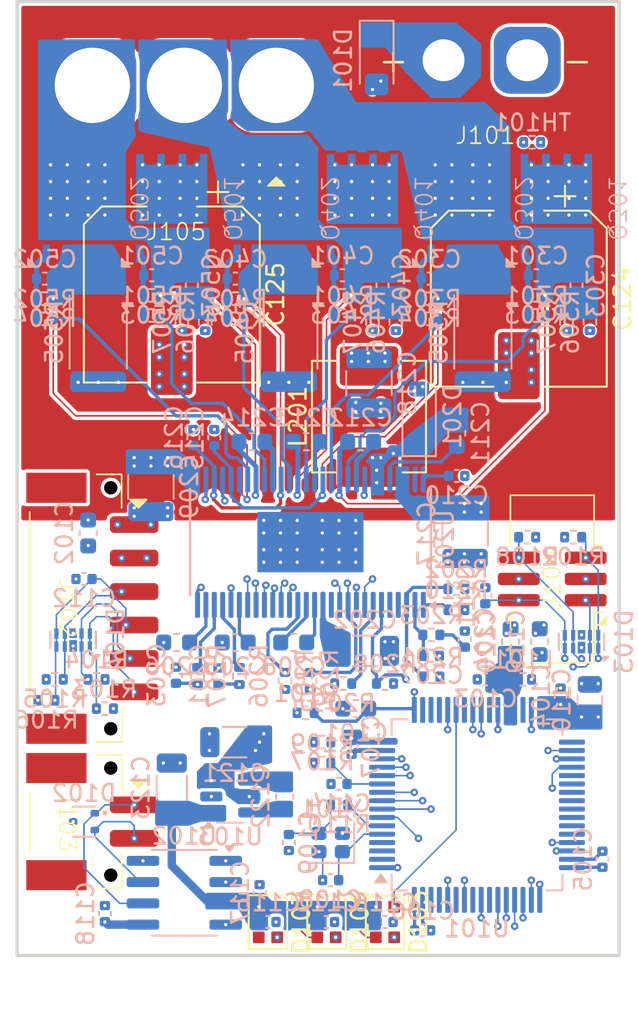
<source format=kicad_pcb>
(kicad_pcb (version 20241229) (generator "pcbnew") (generator_version "9.0")
  (layers (0 "F.Cu" signal) (4 "In1.Cu" signal) (6 "In2.Cu" signal) (8 "In3.Cu" signal) (10 "In4.Cu" signal) (2 "B.Cu" signal) (13 "F.Paste" user) (15 "B.Paste" user) (5 "F.SilkS" user "F.Silkscreen") (7 "B.SilkS" user "B.Silkscreen") (1 "F.Mask" user) (3 "B.Mask" user) (25 "Edge.Cuts" user))
  (net 0 "")
  (net 1 "GND")
  (net 2 "Net-(U101A-PA3_TMP_BRD)")
  (net 3 "VDD")
  (net 4 "VDDA")
  (net 5 "/OSC_IN")
  (net 6 "/OSC_OUT_L")
  (net 7 "/DBG.NRST")
  (net 8 "/HALL_TEMP")
  (net 9 "+5V")
  (net 10 "Net-(U101A-PC3_VSENS)")
  (net 11 "Net-(U103-CP-)")
  (net 12 "Net-(U103-CP+)")
  (net 13 "/Gate Driver/BR_SO1")
  (net 14 "Net-(U201-GVDD)")
  (net 15 "/Gate Driver/BR_SO2")
  (net 16 "Net-(C204-Pad1)")
  (net 17 "Net-(U201-DVDD)")
  (net 18 "Net-(U201-AVDD)")
  (net 19 "Net-(U201-COMP)")
  (net 20 "Net-(U201-CP1)")
  (net 21 "Net-(U201-CP2)")
  (net 22 "Net-(U201-SS_TR)")
  (net 23 "Net-(D201-K)")
  (net 24 "Net-(U201-BST_BK)")
  (net 25 "Net-(U201-BST_A)")
  (net 26 "/PHASEA")
  (net 27 "Net-(U201-BST_B)")
  (net 28 "/PHASEB")
  (net 29 "Net-(U201-BST_C)")
  (net 30 "SNA")
  (net 31 "SNB")
  (net 32 "Net-(Q301-G)")
  (net 33 "Net-(Q302-G)")
  (net 34 "Net-(C303-Pad1)")
  (net 35 "Net-(Q401-G)")
  (net 36 "Net-(Q402-G)")
  (net 37 "Net-(C403-Pad1)")
  (net 38 "Net-(Q501-G)")
  (net 39 "/PHASEC")
  (net 40 "/Gate Driver/H3_LOW")
  (net 41 "Net-(Q502-G)")
  (net 42 "Net-(C503-Pad1)")
  (net 43 "/CANL")
  (net 44 "/CANH")
  (net 45 "/DBG.SWO")
  (net 46 "/DBG.SWDIO")
  (net 47 "/DBG.SWCLK")
  (net 48 "/HALLV")
  (net 49 "/HALLW")
  (net 50 "/HALLU")
  (net 51 "/RGB_IN")
  (net 52 "Net-(D105-DOUT)")
  (net 53 "Net-(D106-DOUT)")
  (net 55 "/OSC_OUT")
  (net 56 "Net-(U201-VSENSE)")
  (net 57 "/Gate Driver/SDO")
  (net 58 "/Gate Driver/EN_GATE")
  (net 59 "Net-(U201-S01)")
  (net 60 "Net-(U201-S02)")
  (net 61 "/Gate Driver/FAULT")
  (net 62 "Net-(U201-DTC)")
  (net 63 "Net-(U201-RT_CLK)")
  (net 64 "/Gate Driver/GH_A")
  (net 65 "/Gate Driver/GL_A")
  (net 66 "/Gate Driver/GH_B")
  (net 67 "/Gate Driver/GL_B")
  (net 68 "/Gate Driver/GH_C")
  (net 73 "/Gate Driver/SDI")
  (net 74 "/Gate Driver/H2")
  (net 77 "/Gate Driver/L3")
  (net 79 "/Gate Driver/L2")
  (net 82 "/CANTX")
  (net 90 "/Gate Driver/H3")
  (net 91 "/Gate Driver/L1")
  (net 93 "/Gate Driver/H1")
  (net 95 "/CANRX")
  (net 96 "/Gate Driver/CS")
  (net 97 "/Gate Driver/SLCK")
  (net 107 "/Gate Driver/GL_C")
  (net 108 "VBUS")
  (footprint "Capacitor_SMD:CP_Elec_10x10" (layer "F.Cu") (at 172.25 92.5 -90)
    (property "Reference" "C125")
    (property "Value" "270u")
  )
  (footprint "Bluesat:MR60-F-TopMount" (layer "F.Cu") (at 173 80)
    (property "Reference" "J105")
    (property "Value" "MR_60_TOP")
  )
  (footprint "Bluesat:WS2812B-2020" (layer "F.Cu") (at 185 130 -90)
    (property "Reference" "D105")
    (property "Value" "WS2812B-2020")
  )
  (footprint "Bluesat:WS2812B-2020" (layer "F.Cu") (at 181.5 130 -90)
    (property "Reference" "D106")
    (property "Value" "WS2812B-2020")
  )
  (footprint "Bluesat:XT30PW-M_1x02_P2.50mm_Top_mount" (layer "F.Cu") (at 191 78.5)
    (property "Reference" "J101")
    (property "Value" "XT-30-TOP")
  )
  (footprint "Bluesat:IDC6" (layer "F.Cu") (at 195 109.5 90)
    (property "Reference" "J104")
    (property "Value" "IDC6")
  )
  (footprint "Bluesat:WS2812B-2020" (layer "F.Cu") (at 178 130 -90)
    (property "Reference" "D107")
    (property "Value" "WS2812B-2020")
  )
  (footprint "Capacitor_SMD:CP_Elec_10x10" (layer "F.Cu") (at 193 92.75 -90)
    (property "Reference" "C124")
    (property "Value" "270u")
  )
  (footprint "Bluesat:BM02B-PASS" (layer "F.Cu") (at 170 124 -90)
    (property "Reference" "J103")
    (property "Value" "SM02B-PASS")
  )
  (footprint "Bluesat:BM06B-PASS" (layer "F.Cu") (at 170 111.25 -90)
    (property "Reference" "J102")
    (property "Value" "HALL/ENCODER")
  )
  (footprint "Inductor_SMD:L_Changjiang_FXL0630" (layer "F.Cu") (at 184.04 99.796601 90)
    (property "Reference" "L201")
    (property "Value" "47u")
  )
  (footprint "Capacitor_SMD:C_0402_1005Metric" (layer "B.Cu") (at 196.45 91.95 90)
    (property "Reference" "C303")
    (property "Value" "3n3")
  )
  (footprint "Capacitor_SMD:C_1210_3225Metric" (layer "B.Cu") (at 189.79 106.796601 -90)
    (property "Reference" "C217")
    (property "Value" "4u7")
  )
  (footprint "Resistor_SMD:R_0402_1005Metric" (layer "B.Cu") (at 180.25 117.5 180)
    (property "Reference" "R101")
    (property "Value" "10k")
  )
  (footprint "Resistor_SMD:R_0402_1005Metric" (layer "B.Cu") (at 168.25 117.25 180)
    (property "Reference" "R103")
    (property "Value" "2k2")
  )
  (footprint "Bluesat:LQFP-64-0.5" (layer "B.Cu") (at 190.5 123)
    (property "Reference" "U101")
    (property "Value" "STM32G474_VESC")
  )
  (footprint "Resistor_SMD:R_0402_1005Metric" (layer "B.Cu") (at 185.65 94.15 -90)
    (property "Reference" "R406")
    (property "Value" "10R")
  )
  (footprint "Resistor_SMD:R_0402_1005Metric" (layer "B.Cu") (at 197.25 94.15 -90)
    (property "Reference" "R306")
    (property "Value" "10R")
  )
  (footprint "Resistor_SMD:R_0402_1005Metric" (layer "B.Cu") (at 182.45 92.55)
    (property "Reference" "R403")
    (property "Value" "4k7")
  )
  (footprint "Capacitor_SMD:C_0402_1005Metric" (layer "B.Cu") (at 178 130 180)
    (property "Reference" "C115")
    (property "Value" "220n")
  )
  (footprint "Resistor_SMD:R_0402_1005Metric" (layer "B.Cu") (at 194.05 92.55)
    (property "Reference" "R303")
    (property "Value" "4k7")
  )
  (footprint "Resistor_SMD:R_0402_1005Metric" (layer "B.Cu") (at 174.25 94.15 -90)
    (property "Reference" "R506")
    (property "Value" "10R")
  )
  (footprint "Capacitor_SMD:C_0603_1608Metric" (layer "B.Cu") (at 176.04 113.296601)
    (property "Reference" "C205")
    (property "Value" "2u2")
  )
  (footprint "Resistor_SMD:R_0402_1005Metric" (layer "B.Cu") (at 196.25 107)
    (property "Reference" "R102")
    (property "Value" "100k")
  )
  (footprint "Capacitor_SMD:C_0603_1608Metric" (layer "B.Cu") (at 167.25 106.75 -90)
    (property "Reference" "C102")
    (property "Value" "2u2")
  )
  (footprint "Package_DFN_QFN:Diodes_UDFN-10_1.0x2.5mm_P0.5mm" (layer "B.Cu") (at 166.349999 113.150001 90)
    (property "Reference" "D104")
    (property "Value" "3V3")
  )
  (footprint "Bluesat:PQFN_5x6mm_E_DGS" (layer "B.Cu") (at 178.05 87.35 90)
    (property "Reference" "Q402")
    (property "Value" "IRFH7440TRPBF")
  )
  (footprint "Resistor_SMD:R_2512_6332Metric" (layer "B.Cu") (at 167.85 94.75 -90)
    (property "Reference" "R505")
    (property "Value" "1m")
  )
  (footprint "Bluesat:PQFN_5x6mm_E_DGS" (layer "B.Cu") (at 183.65 87.35 90)
    (property "Reference" "Q401")
    (property "Value" "IRFH7440TRPBF")
  )
  (footprint "Capacitor_SMD:C_0402_1005Metric" (layer "B.Cu") (at 194.05 91.350001 180)
    (property "Reference" "C301")
    (property "Value" "1n")
  )
  (footprint "Capacitor_SMD:C_0603_1608Metric" (layer "B.Cu") (at 194.25 113.249999 -90)
    (property "Reference" "C119")
    (property "Value" "2u2")
  )
  (footprint "Capacitor_SMD:C_0402_1005Metric" (layer "B.Cu") (at 189.29 103.3432)
    (property "Reference" "C210")
    (property "Value" "10n")
  )
  (footprint "Capacitor_SMD:C_1206_3216Metric" (layer "B.Cu") (at 183.79 113.796601 180)
    (property "Reference" "C202")
    (property "Value" "4u7")
  )
  (footprint "Capacitor_SMD:C_0402_1005Metric" (layer "B.Cu") (at 164.65 91.55 180)
    (property "Reference" "C502")
    (property "Value" "1n")
  )
  (footprint "Capacitor_SMD:C_0603_1608Metric" (layer "B.Cu") (at 183.25 117.25)
    (property "Reference" "C101")
    (property "Value" "2u2")
  )
  (footprint "Capacitor_SMD:C_0402_1005Metric" (layer "B.Cu") (at 175.04 115.296601 -90)
    (property "Reference" "C201")
    (property "Value" "1n")
  )
  (footprint "Capacitor_SMD:C_1210_3225Metric" (layer "B.Cu") (at 184.04 97.796601 90)
    (property "Reference" "C218")
    (property "Value" "22u")
  )
  (footprint "Resistor_SMD:R_0402_1005Metric" (layer "B.Cu") (at 179.02 115.5932 90)
    (property "Reference" "R205")
    (property "Value" "2k2")
  )
  (footprint "Resistor_SMD:R_0402_1005Metric" (layer "B.Cu") (at 176.29 115.296601 90)
    (property "Reference" "R206")
    (property "Value" "1k")
  )
  (footprint "Bluesat:PQFN_5x6mm_E_DGS" (layer "B.Cu") (at 166.65 87.35 90)
    (property "Reference" "Q502")
    (property "Value" "IRFH7440TRPBF")
  )
  (footprint "Resistor_SMD:R_0402_1005Metric" (layer "B.Cu") (at 189.27 110.0932 180)
    (property "Reference" "R202")
    (property "Value" "4k7")
  )
  (footprint "Crystal:Crystal_SMD_2016-4Pin_2.0x1.6mm" (layer "B.Cu") (at 181.75 125.25 180)
    (property "Reference" "Y101")
    (property "Value" "24Mhz")
  )
  (footprint "Capacitor_SMD:C_0603_1608Metric" (layer "B.Cu") (at 180.29 101.296601 180)
    (property "Reference" "C213")
    (property "Value" "330n")
  )
  (footprint "Package_TO_SOT_SMD:SOT-523" (layer "B.Cu") (at 167 124 180)
    (property "Reference" "D102")
    (property "Value" "DTVS")
  )
  (footprint "Capacitor_SMD:C_0603_1608Metric" (layer "B.Cu") (at 177.04 101.296601 180)
    (property "Reference" "C214")
    (property "Value" "330n")
  )
  (footprint "Capacitor_SMD:C_0402_1005Metric" (layer "B.Cu") (at 191 115.500001)
    (property "Reference" "C103")
    (property "Value" "220n")
  )
  (footprint "Diode_SMD:D_SMF" (layer "B.Cu") (at 184.5 78.5 -90)
    (property "Reference" "D101")
    (property "Value" "30V")
  )
  (footprint "Package_TO_SOT_SMD:SOT-23-6" (layer "B.Cu") (at 175.75 122.5)
    (property "Reference" "U103")
    (property "Value" "HX4002")
  )
  (footprint "Capacitor_SMD:C_0402_1005Metric" (layer "B.Cu") (at 187.25 130.499999 180)
    (property "Reference" "C106")
    (property "Value" "220n")
  )
  (footprint "Resistor_SMD:R_0402_1005Metric" (layer "B.Cu") (at 194.05 93.75 180)
    (property "Reference" "R301")
    (property "Value" "10R")
  )
  (footprint "Resistor_SMD:R_0402_1005Metric" (layer "B.Cu") (at 193.25 115.5 180)
    (property "Reference" "L101")
    (property "Value" "600R")
  )
  (footprint "Capacitor_SMD:C_0402_1005Metric" (layer "B.Cu") (at 173.54 101.046601 -90)
    (property "Reference" "C216")
    (property "Value" "1n")
  )
  (footprint "Capacitor_SMD:C_0402_1005Metric" (layer "B.Cu") (at 187.77 114.0932)
    (property "Reference" "C207")
    (property "Value" "100p")
  )
  (footprint "Capacitor_SMD:C_0402_1005Metric" (layer "B.Cu") (at 181.75 127.5)
    (property "Reference" "C108")
    (property "Value" "10p")
  )
  (footprint "Capacitor_SMD:C_0402_1005Metric" (layer "B.Cu") (at 189.77 113.0932 90)
    (property "Reference" "C204")
    (property "Value" "10n")
  )
  (footprint "Capacitor_SMD:C_0603_1608Metric" (layer "B.Cu") (at 179 122.5 -90)
    (property "Reference" "C122")
    (property "Value" "2u2")
  )
  (footprint "Resistor_SMD:R_0402_1005Metric" (layer "B.Cu") (at 176.05 92.75)
    (property "Reference" "R404")
    (property "Value" "4k7")
  )
  (footprint "Resistor_SMD:R_2512_6332Metric" (layer "B.Cu") (at 190.85 94.75 -90)
    (property "Reference" "R305")
    (property "Value" "1m")
  )
  (footprint "Capacitor_SMD:C_0402_1005Metric" (layer "B.Cu") (at 173.45 91.95 90)
    (property "Reference" "C503")
    (property "Value" "3n3")
  )
  (footprint "Capacitor_SMD:C_0603_1608Metric" (layer "B.Cu") (at 189.29 100.796601 90)
    (property "Reference" "C211")
    (property "Value" "100n")
  )
  (footprint "Resistor_SMD:R_0402_1005Metric" (layer "B.Cu") (at 164.65 93.95 180)
    (property "Reference" "R502")
    (property "Value" "10R")
  )
  (footprint "Capacitor_SMD:C_0402_1005Metric" (layer "B.Cu") (at 191 110.5 -90)
    (property "Reference" "C111")
    (property "Value" "10n")
  )
  (footprint "Capacitor_SMD:C_0402_1005Metric" (layer "B.Cu") (at 181.5 130 180)
    (property "Reference" "C113")
    (property "Value" "220n")
  )
  (footprint "Capacitor_SMD:C_0603_1608Metric" (layer "B.Cu") (at 172.54 113.296601)
    (property "Reference" "C206")
    (property "Value" "2u2")
  )
  (footprint "Resistor_SMD:R_0402_1005Metric" (layer "B.Cu") (at 189.27 111.3432 180)
    (property "Reference" "R210")
    (property "Value" "220k")
  )
  (footprint "Package_DFN_QFN:Diodes_UDFN-10_1.0x2.5mm_P0.5mm" (layer "B.Cu") (at 196.75 113.25 90)
    (property "Reference" "D103")
    (property "Value" "3V3")
  )
  (footprint "Diode_SMD:D_SOD-123" (layer "B.Cu") (at 187.04 99.796601 90)
    (property "Reference" "D201")
    (property "Value" "D_Schottky")
  )
  (footprint "Resistor_SMD:R_0402_1005Metric" (layer "B.Cu") (at 164.65 92.75)
    (property "Reference" "R504")
    (property "Value" "4k7")
  )
  (footprint "Resistor_SMD:R_0402_1005Metric" (layer "B.Cu") (at 167.75 115.5 180)
    (property "Reference" "R104")
    (property "Value" "2k2")
  )
  (footprint "Capacitor_SMD:C_0805_2012Metric" (layer "B.Cu") (at 197.25 116.75 -90)
    (property "Reference" "C110")
    (property "Value" "4u7")
  )
  (footprint "Resistor_SMD:R_0402_1005Metric" (layer "B.Cu") (at 173.79 115.296601 90)
    (property "Reference" "R207")
    (property "Value" "1k")
  )
  (footprint "Resistor_SMD:R_0402_1005Metric" (layer "B.Cu") (at 176.05 93.95 180)
    (property "Reference" "R402")
    (property "Value" "10R")
  )
  (footprint "Resistor_SMD:R_0402_1005Metric" (layer "B.Cu") (at 180.52 115.5932 90)
    (property "Reference" "R204")
    (property "Value" "1k")
  )
  (footprint "Capacitor_SMD:C_0402_1005Metric" (layer "B.Cu") (at 187.65 91.55 180)
    (property "Reference" "C302")
    (property "Value" "1n")
  )
  (footprint "Capacitor_SMD:C_0402_1005Metric" (layer "B.Cu") (at 182.250001 121.75)
    (property "Reference" "C114")
    (property "Value" "33n")
  )
  (footprint "Capacitor_SMD:C_1206_3216Metric" (layer "B.Cu") (at 176 119.25)
    (property "Reference" "C121")
    (property "Value" "10u")
  )
  (footprint "Resistor_SMD:R_0402_1005Metric" (layer "B.Cu") (at 193.8 83.4 180)
    (property "Reference" "TH101")
    (property "Value" "10k")
  )
  (footprint "Resistor_SMD:R_0402_1005Metric" (layer "B.Cu") (at 164.75 116.75)
    (property "Reference" "R106")
    (property "Value" "10k")
  )
  (footprint "Capacitor_SMD:C_0402_1005Metric" (layer "B.Cu") (at 167 109.5)
    (property "Reference" "C112")
    (property "Value" "100n")
  )
  (footprint "Capacitor_SMD:C_0603_1608Metric" (layer "B.Cu") (at 179.54 113.296601)
    (property "Reference" "C208")
    (property "Value" "33n")
  )
  (footprint "Capacitor_SMD:C_0402_1005Metric" (layer "B.Cu") (at 182.45 91.350001 180)
    (property "Reference" "C401")
    (property "Value" "1n")
  )
  (footprint "Bluesat:HTSSOP-56_6.1x14-0.5-EP" (layer "B.Cu") (at 180.54 107.2966 90)
    (property "Reference" "U201")
    (property "Value" "DRV8301")
  )
  (footprint "Capacitor_SMD:C_0402_1005Metric" (layer "B.Cu") (at 174.79 101.046601 -90)
    (property "Reference" "C215")
    (property "Value" "1n")
  )
  (footprint "Resistor_SMD:R_0402_1005Metric" (layer "B.Cu") (at 193.5 107)
    (property "Reference" "R108")
    (property "Value" "100k")
  )
  (footprint "Bluesat:PQFN_5x6mm_E_DGS" (layer "B.Cu") (at 172.25 87.35 90)
    (property "Reference" "Q501")
    (property "Value" "IRFH7440TRPBF")
  )
  (footprint "Resistor_SMD:R_0402_1005Metric" (layer "B.Cu") (at 181.25 119.25)
    (property "Reference" "R107")
    (property "Value" "220k")
  )
  (footprint "Resistor_SMD:R_0402_1005Metric" (layer "B.Cu") (at 187.65 92.75)
    (property "Reference" "R304")
    (property "Value" "4k7")
  )
  (footprint "Resistor_SMD:R_0402_1005Metric" (layer "B.Cu") (at 181.25 120.5 180)
    (property "Reference" "R109")
    (property "Value" "10k")
  )
  (footprint "Capacitor_SMD:C_0402_1005Metric" (layer "B.Cu") (at 183 119.5 90)
    (property "Reference" "C107")
    (property "Value" "220n")
  )
  (footprint "Resistor_SMD:R_0402_1005Metric" (layer "B.Cu") (at 182.5 115.75)
    (property "Reference" "R209")
    (property "Value" "10k")
  )
  (footprint "Resistor_SMD:R_0402_1005Metric" (layer "B.Cu") (at 187.77 112.8432 180)
    (property "Reference" "R203")
    (property "Value" "220k")
  )
  (footprint "Capacitor_SMD:C_0402_1005Metric" (layer "B.Cu") (at 185 130 180)
    (property "Reference" "C116")
    (property "Value" "220n")
  )
  (footprint "Bluesat:PQFN_5x6mm_E_DGS" (layer "B.Cu") (at 195.25 87.35 90)
    (property "Reference" "Q301")
    (property "Value" "IRFH7440TRPBF")
  )
  (footprint "Resistor_SMD:R_0402_1005Metric" (layer "B.Cu") (at 187.65 93.95 180)
    (property "Reference" "R302")
    (property "Value" "10R")
  )
  (footprint "Package_SO:SOIC-8_3.9x4.9mm_P1.27mm" (layer "B.Cu") (at 173 128.25 180)
    (property "Reference" "U102")
    (property "Value" "TCAN1462V")
  )
  (footprint "Capacitor_SMD:C_0402_1005Metric" (layer "B.Cu") (at 179.25 125.25 90)
    (property "Reference" "C109")
    (property "Value" "10p")
  )
  (footprint "Resistor_SMD:R_0402_1005Metric" (layer "B.Cu") (at 165.25 115.5)
    (property "Reference" "R105")
    (property "Value" "2k2")
  )
  (footprint "Resistor_SMD:R_0402_1005Metric" (layer "B.Cu") (at 185 115.75 180)
    (property "Reference" "R208")
    (property "Value" "10k")
  )
  (footprint "Capacitor_SMD:C_0402_1005Metric" (layer "B.Cu") (at 195.5 116.5 -90)
    (property "Reference" "C104")
    (property "Value" "220n")
  )
  (footprint "Capacitor_SMD:C_1206_3216Metric" (layer "B.Cu") (at 172.25 121.975001 -90)
    (property "Reference" "C123")
    (property "Value" "10u")
  )
  (footprint "Resistor_SMD:R_0402_1005Metric" (layer "B.Cu") (at 184.25 94.15 -90)
    (property "Reference" "R407")
    (property "Value" "10R")
  )
  (footprint "Capacitor_SMD:C_0402_1005Metric" (layer "B.Cu") (at 171.05 91.350001 180)
    (property "Reference" "C501")
    (property "Value" "1n")
  )
  (footprint "Resistor_SMD:R_0402_1005Metric" (layer "B.Cu") (at 182.45 93.75 180)
    (property "Reference" "R401")
    (property "Value" "10R")
  )
  (footprint "Resistor_SMD:R_0402_1005Metric" (layer "B.Cu") (at 187.77 115.3432 180)
    (property "Reference" "R201")
    (property "Value" "15k")
  )
  (footprint "Capacitor_SMD:C_0603_1608Metric" (layer "B.Cu") (at 192.510001 113.25 -90)
    (property "Reference" "C120")
    (property "Value" "2u2")
  )
  (footprint "Resistor_SMD:R_0402_1005Metric" (layer "B.Cu") (at 171.05 92.55)
    (property "Reference" "R503")
    (property "Value" "4k7")
  )
  (footprint "Capacitor_SMD:C_0402_1005Metric" (layer "B.Cu") (at 177.5 128.25 -90)
    (property "Reference" "C117")
    (property "Value" "220n")
  )
  (footprint "Resistor_SMD:R_0402_1005Metric" (layer "B.Cu") (at 172.85 94.15 -90)
    (property "Reference" "R507")
    (property "Value" "10R")
  )
  (footprint "Resistor_SMD:R_2512_6332Metric" (layer "B.Cu") (at 179.25 94.75 -90)
    (property "Reference" "R405")
    (property "Value" "1m")
  )
  (footprint "Capacitor_SMD:C_0402_1005Metric" (layer "B.Cu") (at 184.85 91.95 90)
    (property "Reference" "C403")
    (property "Value" "3n3")
  )
  (footprint "Bluesat:PQFN_5x6mm_E_DGS" (layer "B.Cu") (at 189.65 87.35 90)
    (property "Reference" "Q302")
    (property "Value" "IRFH7440TRPBF")
  )
  (footprint "Resistor_SMD:R_0402_1005Metric" (layer "B.Cu") (at 195.85 94.15 -90)
    (property "Reference" "R307")
    (property "Value" "10R")
  )
  (footprint "Capacitor_SMD:C_0402_1005Metric" (layer "B.Cu") (at 176.05 91.55 180)
    (property "Reference" "C402")
    (property "Value" "1n")
  )
  (footprint "Resistor_SMD:R_0402_1005Metric" (layer "B.Cu") (at 171.05 93.75 180)
    (property "Reference" "R501")
    (property "Value" "10R")
  )
  (footprint "Capacitor_SMD:C_0402_1005Metric" (layer "B.Cu") (at 198 126.25 -90)
    (property "Reference" "C105")
    (property "Value" "220n")
  )
  (footprint "Resistor_SMD:R_0402_1005Metric" (layer "B.Cu") (at 182.25 123)
    (property "Reference" "R110")
    (property "Value" "470R")
  )
  (footprint "Capacitor_SMD:C_0402_1005Metric" (layer "B.Cu") (at 172.5 115.25 -90)
    (property "Reference" "C203")
    (property "Value" "1n")
  )
  (footprint "Capacitor_SMD:C_1210_3225Metric" (layer "B.Cu") (at 171 104 90)
    (property "Reference" "C209")
    (property "Value" "4u7")
  )
  (footprint "Capacitor_SMD:C_0402_1005Metric" (layer "B.Cu") (at 168.25 129.5 -90)
    (property "Reference" "C118")
    (property "Value" "220n")
  )
  (footprint "Capacitor_SMD:C_0603_1608Metric" (layer "B.Cu") (at 183.54 101.296601 180)
    (property "Reference" "C212")
    (property "Value" "330n")
  )
  (gr_rect (start 163 75) (end 199 132) (stroke (width 0.2)) (fill no) (layer "Edge.Cuts"))
  (via (at 182.25 107.75) (size 0.45) (drill 0.2) (layers "F.Cu" "B.Cu") (net 1))
  (via (at 189.75 108) (size 0.45) (drill 0.2) (layers "F.Cu" "B.Cu") (net 1))
  (via (at 173.54 100.566601) (size 0.45) (drill 0.2) (layers "F.Cu" "B.Cu") (net 1))
  (via (at 181.25 107.75) (size 0.45) (drill 0.2) (layers "F.Cu" "B.Cu") (net 1))
  (via (at 180.740001 120.5) (size 0.45) (drill 0.2) (layers "F.Cu" "B.Cu") (net 1))
  (via (at 197.25 94.659999) (size 0.45) (drill 0.2) (layers "F.Cu" "B.Cu") (net 1))
  (via (at 174 110) (size 0.45) (drill 0.2) (layers "F.Cu" "B.Cu") (net 1))
  (via (at 174.5 118.75) (size 0.45) (drill 0.2) (layers "F.Cu" "B.Cu") (net 1))
  (via (at 197.000001 109.5) (size 0.45) (drill 0.2) (layers "F.Cu" "B.Cu") (net 1))
  (via (at 171.5 98) (size 0.45) (drill 0.2) (layers "F.Cu" "B.Cu") (net 1))
  (via (at 192.25 97) (size 0.45) (drill 0.2) (layers "F.Cu" "B.Cu") (net 1))
  (via (at 181.25 106) (size 0.45) (drill 0.2) (layers "F.Cu" "B.Cu") (net 1))
  (via (at 179.75 107.75) (size 0.45) (drill 0.2) (layers "F.Cu" "B.Cu") (net 1))
  (via (at 178.48 130) (size 0.45) (drill 0.2) (layers "F.Cu" "B.Cu") (net 1))
  (via (at 182.05 130.915) (size 0.45) (drill 0.2) (layers "F.Cu" "B.Cu") (net 1))
  (via (at 174.25 94.66) (size 0.45) (drill 0.2) (layers "F.Cu" "B.Cu") (net 1))
  (via (at 189.77 103.3432) (size 0.45) (drill 0.2) (layers "F.Cu" "B.Cu") (net 1))
  (via (at 170 105.25) (size 0.45) (drill 0.2) (layers "F.Cu" "B.Cu") (net 1))
  (via (at 169.05 97.75) (size 0.45) (drill 0.2) (layers "F.Cu" "B.Cu") (net 1))
  (via (at 191.75 118.5) (size 0.45) (drill 0.2) (layers "F.Cu" "B.Cu") (net 1))
  (via (at 166.355 124) (size 0.45) (drill 0.2) (layers "F.Cu" "B.Cu") (net 1))
  (via (at 195.5 116.02) (size 0.45) (drill 0.2) (layers "F.Cu" "B.Cu") (net 1))
  (via (at 193.75 97.75) (size 0.45) (drill 0.2) (layers "F.Cu" "B.Cu") (net 1))
  (via (at 184.25 94.66) (size 0.45) (drill 0.2) (layers "F.Cu" "B.Cu") (net 1))
  (via (at 173 95.5) (size 0.45) (drill 0.2) (layers "F.Cu" "B.Cu") (net 1))
  (via (at 193.75 96) (size 0.45) (drill 0.2) (layers "F.Cu" "B.Cu") (net 1))
  (via (at 189.75 108.5) (size 0.45) (drill 0.2) (layers "F.Cu" "B.Cu") (net 1))
  (via (at 175.475 127.615) (size 0.45) (drill 0.2) (layers "F.Cu" "B.Cu") (net 1))
  (via (at 181.25 106.75) (size 0.45) (drill 0.2) (layers "F.Cu" "B.Cu") (net 1))
  (via (at 177.75 107.75) (size 0.45) (drill 0.2) (layers "F.Cu" "B.Cu") (net 1))
  (via (at 173 96.25) (size 0.45) (drill 0.2) (layers "F.Cu" "B.Cu") (net 1))
  (via (at 167.85 97.75) (size 0.45) (drill 0.2) (layers "F.Cu" "B.Cu") (net 1))
  (via (at 174.25 104.75) (size 0.45) (drill 0.2) (layers "F.Cu" "B.Cu") (net 1))
  (via (at 183.25 98.951335) (size 0.45) (drill 0.2) (layers "F.Cu" "B.Cu") (net 1))
  (via (at 181.25 108.5) (size 0.45) (drill 0.2) (layers "F.Cu" "B.Cu") (net 1))
  (via (at 189.78 110.0932) (size 0.45) (drill 0.2) (layers "F.Cu" "B.Cu") (net 1))
  (via (at 187.73 130.499999) (size 0.45) (drill 0.2) (layers "F.Cu" "B.Cu") (net 1))
  (via (at 167.25 105.975) (size 0.45) (drill 0.2) (layers "F.Cu" "B.Cu") (net 1))
  (via (at 184.75 79.75) (size 0.45) (drill 0.2) (layers "F.Cu" "B.Cu") (net 1))
  (via (at 171.5 96.25) (size 0.45) (drill 0.2) (layers "F.Cu" "B.Cu") (net 1))
  (via (at 178.75 107.75) (size 0.45) (drill 0.2) (layers "F.Cu" "B.Cu") (net 1))
  (via (at 194 112.75) (size 0.45) (drill 0.2) (layers "F.Cu" "B.Cu") (net 1))
  (via (at 188.75 108) (size 0.45) (drill 0.2) (layers "F.Cu" "B.Cu") (net 1))
  (via (at 178.75 106.75) (size 0.45) (drill 0.2) (layers "F.Cu" "B.Cu") (net 1))
  (via (at 178.55 130.915) (size 0.45) (drill 0.2) (layers "F.Cu" "B.Cu") (net 1))
  (via (at 174.5 119.75) (size 0.45) (drill 0.2) (layers "F.Cu" "B.Cu") (net 1))
  (via (at 196.75 113.599999) (size 0.45) (drill 0.2) (layers "F.Cu" "B.Cu") (net 1))
  (via (at 186.75 98.25) (size 0.45) (drill 0.2) (layers "F.Cu" "B.Cu") (net 1))
  (via (at 166.65 97.75) (size 0.45) (drill 0.2) (layers "F.Cu" "B.Cu") (net 1))
  (via (at 194.009999 107) (size 0.45) (drill 0.2) (layers "F.Cu" "B.Cu") (net 1))
  (via (at 183.25 108.5) (size 0.45) (drill 0.2) (layers "F.Cu" "B.Cu") (net 1))
  (via (at 189.77 112.6132) (size 0.45) (drill 0.2) (layers "F.Cu" "B.Cu") (net 1))
  (via (at 177.75 106) (size 0.45) (drill 0.2) (layers "F.Cu" "B.Cu") (net 1))
  (via (at 197.75 115.75) (size 0.45) (drill 0.2) (layers "F.Cu" "B.Cu") (net 1))
  (via (at 180.45 97.75) (size 0.45) (drill 0.2) (layers "F.Cu" "B.Cu") (net 1))
  (via (at 184.25 80.25) (size 0.45) (drill 0.2) (layers "F.Cu" "B.Cu") (net 1))
  (via (at 185.48 130) (size 0.45) (drill 0.2) (layers "F.Cu" "B.Cu") (net 1))
  (via (at 191 110.02) (size 0.45) (drill 0.2) (layers "F.Cu" "B.Cu") (net 1))
  (via (at 190.85 97.75) (size 0.45) (drill 0.2) (layers "F.Cu" "B.Cu") (net 1))
  (via (at 171.5 95.5) (size 0.45) (drill 0.2) (layers "F.Cu" "B.Cu") (net 1))
  (via (at 194.309999 83.4) (size 0.45) (drill 0.2) (layers "F.Cu" "B.Cu") (net 1))
  (via (at 185.65 94.66) (size 0.45) (drill 0.2) (layers "F.Cu" "B.Cu") (net 1))
  (via (at 182.25 108.5) (size 0.45) (drill 0.2) (layers "F.Cu" "B.Cu") (net 1))
  (via (at 181.990001 115.75) (size 0.45) (drill 0.2) (layers "F.Cu" "B.Cu") (net 1))
  (via (at 189.65 97.75) (size 0.45) (drill 0.2) (layers "F.Cu" "B.Cu") (net 1))
  (via (at 172 105.25) (size 0.45) (drill 0.2) (layers "F.Cu" "B.Cu") (net 1))
  (via (at 175.04 114.816601) (size 0.45) (drill 0.2) (layers "F.Cu" "B.Cu") (net 1))
  (via (at 178.75 108.5) (size 0.45) (drill 0.2) (layers "F.Cu" "B.Cu") (net 1))
  (via (at 182.25 106.75) (size 0.45) (drill 0.2) (layers "F.Cu" "B.Cu") (net 1))
  (via (at 173 98) (size 0.45) (drill 0.2) (layers "F.Cu" "B.Cu") (net 1))
  (via (at 170 105.75) (size 0.45) (drill 0.2) (layers "F.Cu" "B.Cu") (net 1))
  (via (at 166.349999 113.5) (size 0.45) (drill 0.2) (layers "F.Cu" "B.Cu") (net 1))
  (via (at 182.45 124.7) (size 0.45) (drill 0.2) (layers "F.Cu" "B.Cu") (net 1))
  (via (at 172.5 114.77) (size 0.45) (drill 0.2) (layers "F.Cu" "B.Cu") (net 1))
  (via (at 193.75 118.5) (size 0.45) (drill 0.2) (layers "F.Cu" "B.Cu") (net 1))
  (via (at 171.5 97.25) (size 0.45) (drill 0.2) (layers "F.Cu" "B.Cu") (net 1))
  (via (at 175.265 113.296601) (size 0.45) (drill 0.2) (layers "F.Cu" "B.Cu") (net 1))
  (via (at 185.55 130.915) (size 0.45) (drill 0.2) (layers "F.Cu" "B.Cu") (net 1))
  (via (at 193.75 95.25) (size 0.45) (drill 0.2) (layers "F.Cu" "B.Cu") (net 1))
  (via (at 192.25 112.75) (size 0.45) (drill 0.2) (layers "F.Cu" "B.Cu") (net 1))
  (via (at 179.75 106.75) (size 0.45) (drill 0.2) (layers "F.Cu" "B.Cu") (net 1))
  (via (at 181.770001 121.75) (size 0.45) (drill 0.2) (layers "F.Cu" "B.Cu") (net 1))
  (via (at 185.5 113.25) (size 0.45) (drill 0.2) (layers "F.Cu" "B.Cu") (net 1))
  (via (at 185 113.25) (size 0.45) (drill 0.2) (layers "F.Cu" "B.Cu") (net 1))
  (via (at 181.05 125.8) (size 0.45) (drill 0.2) (layers "F.Cu" "B.Cu") (net 1))
  (via (at 178.05 97.75) (size 0.45) (drill 0.2) (layers "F.Cu" "B.Cu") (net 1))
  (via (at 170.525 126.345) (size 0.45) (drill 0.2) (layers "F.Cu" "B.Cu") (net 1))
  (via (at 175.421985 104.828015) (size 0.45) (drill 0.2) (layers "F.Cu" "B.Cu") (net 1))
  (via (at 192.75 112.25) (size 0.45) (drill 0.2) (layers "F.Cu" "B.Cu") (net 1))
  (via (at 181.98 130) (size 0.45) (drill 0.2) (layers "F.Cu" "B.Cu") (net 1))
  (via (at 192.25 95.25) (size 0.45) (drill 0.2) (layers "F.Cu" "B.Cu") (net 1))
  (via (at 174.79 100.566601) (size 0.45) (drill 0.2) (layers "F.Cu" "B.Cu") (net 1))
  (via (at 179.75 108.5) (size 0.45) (drill 0.2) (layers "F.Cu" "B.Cu") (net 1))
  (via (at 184.75 99) (size 0.45) (drill 0.2) (layers "F.Cu" "B.Cu") (net 1))
  (via (at 178.75 106) (size 0.45) (drill 0.2) (layers "F.Cu" "B.Cu") (net 1))
  (via (at 181.27 127.5) (size 0.45) (drill 0.2) (layers "F.Cu" "B.Cu") (net 1))
  (via (at 188.75 108.5) (size 0.45) (drill 0.2) (layers "F.Cu" "B.Cu") (net 1))
  (via (at 184.75 99.5) (size 0.45) (drill 0.2) (layers "F.Cu" "B.Cu") (net 1))
  (via (at 196.75 112.837499) (size 0.45) (drill 0.2) (layers "F.Cu" "B.Cu") (net 1))
  (via (at 190.75 108.5) (size 0.45) (drill 0.2) (layers "F.Cu" "B.Cu") (net 1))
  (via (at 177.75 106.75) (size 0.45) (drill 0.2) (layers "F.Cu" "B.Cu") (net 1))
  (via (at 183.25 106) (size 0.45) (drill 0.2) (layers "F.Cu" "B.Cu") (net 1))
  (via (at 194.5 112.25) (size 0.45) (drill 0.2) (layers "F.Cu" "B.Cu") (net 1))
  (via (at 173 97.25) (size 0.45) (drill 0.2) (layers "F.Cu" "B.Cu") (net 1))
  (via (at 195.85 94.659999) (size 0.45) (drill 0.2) (layers "F.Cu" "B.Cu") (net 1))
  (via (at 183.25 106.75) (size 0.45) (drill 0.2) (layers "F.Cu" "B.Cu") (net 1))
  (via (at 193.75 97) (size 0.45) (drill 0.2) (layers "F.Cu" "B.Cu") (net 1))
  (via (at 179.25 125.75) (size 0.45) (drill 0.2) (layers "F.Cu" "B.Cu") (net 1))
  (via (at 183.25 107.75) (size 0.45) (drill 0.2) (layers "F.Cu" "B.Cu") (net 1))
  (via (at 187.25 98) (size 0.45) (drill 0.2) (layers "F.Cu" "B.Cu") (net 1))
  (via (at 171.765 113.296601) (size 0.45) (drill 0.2) (layers "F.Cu" "B.Cu") (net 1))
  (via (at 190.52 115.500001) (size 0.45) (drill 0.2) (layers "F.Cu" "B.Cu") (net 1))
  (via (at 174.6125 122.5) (size 0.45) (drill 0.2) (layers "F.Cu" "B.Cu") (net 1))
  (via (at 185 114.25) (size 0.45) (drill 0.2) (layers "F.Cu" "B.Cu") (net 1))
  (via (at 189.779999 111.3432) (size 0.45) (drill 0.2) (layers "F.Cu" "B.Cu") (net 1))
  (via (at 177.5 127.77) (size 0.45) (drill 0.2) (layers "F.Cu" "B.Cu") (net 1))
  (via (at 171.75 120.5) (size 0.45) (drill 0.2) (layers "F.Cu" "B.Cu") (net 1))
  (via (at 192.25 96) (size 0.45) (drill 0.2) (layers "F.Cu" "B.Cu") (net 1))
  (via (at 192.25 97.75) (size 0.45) (drill 0.2) (layers "F.Cu" "B.Cu") (net 1))
  (via (at 177.75 108.5) (size 0.45) (drill 0.2) (layers "F.Cu" "B.Cu") (net 1))
  (via (at 172 105.75) (size 0.45) (drill 0.2) (layers "F.Cu" "B.Cu") (net 1))
  (via (at 196.75 115.75) (size 0.45) (drill 0.2) (layers "F.Cu" "B.Cu") (net 1))
  (via (at 166.349999 112.7375) (size 0.45) (drill 0.2) (layers "F.Cu" "B.Cu") (net 1))
  (via (at 179.25 97.75) (size 0.45) (drill 0.2) (layers "F.Cu" "B.Cu") (net 1))
  (via (at 169 106.25) (size 0.45) (drill 0.2) (layers "F.Cu" "B.Cu") (net 1))
  (via (at 171 106.25) (size 0.45) (drill 0.2) (layers "F.Cu" "B.Cu") (net 1))
  (via (at 183.25 99.5) (size 0.45) (drill 0.2) (layers "F.Cu" "B.Cu") (net 1))
  (via (at 179.75 106) (size 0.45) (drill 0.2) (layers "F.Cu" "B.Cu") (net 1))
  (via (at 183 119.98) (size 0.45) (drill 0.2) (layers "F.Cu" "B.Cu") (net 1))
  (via (at 182.25 106) (size 0.45) (drill 0.2) (layers "F.Cu" "B.Cu") (net 1))
  (via (at 166.52 109.5) (size 0.45) (drill 0.2) (layers "F.Cu" "B.Cu") (net 1))
  (via (at 168.25 129.02) (size 0.45) (drill 0.2) (layers "F.Cu" "B.Cu") (net 1))
  (via (at 188.25 114.0932) (size 0.45) (drill 0.2) (layers "F.Cu" "B.Cu") (net 1))
  (via (at 172.75 120.5) (size 0.45) (drill 0.2) (layers "F.Cu" "B.Cu") (net 1))
  (via (at 185.5 114.25) (size 0.45) (drill 0.2) (layers "F.Cu" "B.Cu") (net 1))
  (via (at 172.85 94.66) (size 0.45) (drill 0.2) (layers "F.Cu" "B.Cu") (net 1))
  (via (at 190.75 108) (size 0.45) (drill 0.2) (layers "F.Cu" "B.Cu") (net 1))
  (via (at 198 125.77) (size 0.45) (drill 0.2) (layers "F.Cu" "B.Cu") (net 1))
  (segment (start 181.27 127.5) (end 181.27 126.02) (width 0.095) (layer "B.Cu") (net 1))
  (segment (start 181.27 126.02) (end 181.05 125.8) (width 0.095) (layer "B.Cu") (net 1))
  (segment (start 175.29 104.54) (end 175.5 104.75) (width 0.2) (layer "B.Cu") (net 1))
  (segment (start 184.825 119.75) (end 183.23 119.75) (width 0.3) (layer "B.Cu") (net 1))
  (segment (start 173.79 110.21) (end 174 110) (width 0.2) (layer "B.Cu") (net 1))
  (segment (start 174.29 103.5466) (end 174.29 104.71) (width 0.2) (layer "B.Cu") (net 1))
  (segment (start 187.25 130.019999) (end 187.73 130.499999) (width 0.2) (layer "B.Cu") (net 1))
  (segment (start 183.23 119.75) (end 183 119.98) (width 0.3) (layer "B.Cu") (net 1))
  (segment (start 197.52 126.25) (end 198 125.77) (width 0.2) (layer "B.Cu") (net 1))
  (segment (start 173.79 111.0466) (end 173.79 110.21) (width 0.2) (layer "B.Cu") (net 1))
  (segment (start 196.175 126.25) (end 197.52 126.25) (width 0.2) (layer "B.Cu") (net 1))
  (segment (start 193.75 117.325) (end 193.75 118.5) (width 0.2) (layer "B.Cu") (net 1))
  (segment (start 175.29 103.5466) (end 175.29 104.54) (width 0.2) (layer "B.Cu") (net 1))
  (segment (start 191.749999 117.325) (end 191.75 118.5) (width 0.2) (layer "B.Cu") (net 1))
  (segment (start 187.25 128.675) (end 187.25 130.019999) (width 0.2) (layer "B.Cu") (net 1))
  (via (at 193.290001 83.4) (size 0.45) (drill 0.2) (layers "F.Cu" "B.Cu") (net 2))
  (via (at 186.75 116.25) (size 0.45) (drill 0.2) (layers "F.Cu" "B.Cu") (net 2))
  (segment (start 186.675001 117.25) (end 186.750001 117.325) (width 0.2) (layer "B.Cu") (net 2))
  (segment (start 183.275 118) (end 184.025 117.25) (width 0.2) (layer "B.Cu") (net 2))
  (segment (start 184.025 117.25) (end 186.675001 117.25) (width 0.2) (layer "B.Cu") (net 2))
  (segment (start 186.75 117.324999) (end 186.750001 117.325) (width 0.095) (layer "B.Cu") (net 2))
  (segment (start 186.75 116.25) (end 186.75 117.324999) (width 0.095) (layer "B.Cu") (net 2))
  (segment (start 181.259999 118) (end 183.275 118) (width 0.2) (layer "B.Cu") (net 2))
  (segment (start 180.759999 117.5) (end 181.259999 118) (width 0.2) (layer "B.Cu") (net 2))
  (via (at 186.77 130.5) (size 0.45) (drill 0.2) (layers "F.Cu" "B.Cu") (net 3))
  (via (at 164.240001 116.75) (size 0.45) (drill 0.2) (layers "F.Cu" "B.Cu") (net 3))
  (via (at 177.25 119.75) (size 0.45) (drill 0.2) (layers "F.Cu" "B.Cu") (net 3))
  (via (at 184 96.5) (size 0.45) (drill 0.2) (layers "F.Cu" "B.Cu") (net 3))
  (via (at 168.259999 115.5) (size 0.45) (drill 0.2) (layers "F.Cu" "B.Cu") (net 3))
  (via (at 174.6125 121.550001) (size 0.45) (drill 0.2) (layers "F.Cu" "B.Cu") (net 3))
  (via (at 185.75 126.75) (size 0.45) (drill 0.2) (layers "F.Cu" "B.Cu") (net 3))
  (via (at 188.28 115.3432) (size 0.45) (drill 0.2) (layers "F.Cu" "B.Cu") (net 3))
  (via (at 195.5 117) (size 0.45) (drill 0.2) (layers "F.Cu" "B.Cu") (net 3))
  (via (at 183 119.02) (size 0.45) (drill 0.2) (layers "F.Cu" "B.Cu") (net 3))
  (via (at 168.25 130) (size 0.45) (drill 0.2) (layers "F.Cu" "B.Cu") (net 3))
  (via (at 185 96) (size 0.45) (drill 0.2) (layers "F.Cu" "B.Cu") (net 3))
  (via (at 177.5 119.25) (size 0.45) (drill 0.2) (layers "F.Cu" "B.Cu") (net 3))
  (via (at 164.740001 115.5) (size 0.45) (drill 0.2) (layers "F.Cu" "B.Cu") (net 3))
  (via (at 185.509999 115.75) (size 0.45) (drill 0.2) (layers "F.Cu" "B.Cu") (net 3))
  (via (at 193.759999 115.5) (size 0.45) (drill 0.2) (layers "F.Cu" "B.Cu") (net 3))
  (via (at 176.8875 122.5) (size 0.45) (drill 0.2) (layers "F.Cu" "B.Cu") (net 3))
  (via (at 194 114.25) (size 0.45) (drill 0.2) (layers "F.Cu" "B.Cu") (net 3))
  (via (at 167.25 107.5) (size 0.45) (drill 0.2) (layers "F.Cu" "B.Cu") (net 3))
  (via (at 185 96.5) (size 0.45) (drill 0.2) (layers "F.Cu" "B.Cu") (net 3))
  (via (at 194.39023 113.898791) (size 0.45) (drill 0.2) (layers "F.Cu" "B.Cu") (net 3))
  (via (at 168.759999 117.25) (size 0.45) (drill 0.2) (layers "F.Cu" "B.Cu") (net 3))
  (via (at 183.75 104.5) (size 0.45) (drill 0.2) (layers "F.Cu" "B.Cu") (net 3))
  (via (at 179.02 116.103199) (size 0.45) (drill 0.2) (layers "F.Cu" "B.Cu") (net 3))
  (via (at 196.75 117.75) (size 0.45) (drill 0.2) (layers "F.Cu" "B.Cu") (net 3))
  (via (at 183 96) (size 0.45) (drill 0.2) (layers "F.Cu" "B.Cu") (net 3))
  (via (at 198 126.73) (size 0.45) (drill 0.2) (layers "F.Cu" "B.Cu") (net 3))
  (via (at 180.52 116.103199) (size 0.45) (drill 0.2) (layers "F.Cu" "B.Cu") (net 3))
  (via (at 177.75 118.75) (size 0.45) (drill 0.2) (layers "F.Cu" "B.Cu") (net 3))
  (via (at 182.475 117.25) (size 0.45) (drill 0.2) (layers "F.Cu" "B.Cu") (net 3))
  (via (at 195.740001 107) (size 0.45) (drill 0.2) (layers "F.Cu" "B.Cu") (net 3))
  (via (at 192.999999 109.5) (size 0.45) (drill 0.2) (layers "F.Cu" "B.Cu") (net 3))
  (via (at 184 96) (size 0.45) (drill 0.2) (layers "F.Cu" "B.Cu") (net 3))
  (via (at 179.740001 117.5) (size 0.45) (drill 0.2) (layers "F.Cu" "B.Cu") (net 3))
  (via (at 183 96.5) (size 0.45) (drill 0.2) (layers "F.Cu" "B.Cu") (net 3))
  (via (at 197.75 117.75) (size 0.45) (drill 0.2) (layers "F.Cu" "B.Cu") (net 3))
  (via (at 169.25 108.25) (size 0.45) (drill 0.2) (layers "F.Cu" "B.Cu") (net 3))
  (via (at 170.75 108.25) (size 0.45) (drill 0.2) (layers "F.Cu" "B.Cu") (net 3))
  (via (at 175.79 110.04) (size 0.45) (drill 0.2) (layers "F.Cu" "B.Cu") (net 3))
  (segment (start 168.425 130.155) (end 168.25 129.98) (width 0.5) (layer "B.Cu") (net 3))
  (segment (start 183.79 104.46) (end 183.75 104.5) (width 0.2) (layer "B.Cu") (net 3))
  (segment (start 175.79 111.0466) (end 175.79 110.04) (width 0.2) (layer "B.Cu") (net 3))
  (segment (start 186.77 130.5) (end 186.77 128.694999) (width 0.2) (layer "B.Cu") (net 3))
  (segment (start 183.79 103.546601) (end 183.79 104.46) (width 0.2) (layer "B.Cu") (net 3))
  (segment (start 198 126.73) (end 196.194999 126.73) (width 0.2) (layer "B.Cu") (net 3))
  (segment (start 186.77 130.499999) (end 186.77 130.5) (width 0.2) (layer "B.Cu") (net 3))
  (segment (start 196.194999 126.73) (end 196.175 126.749999) (width 0.2) (layer "B.Cu") (net 3))
  (segment (start 184.825 126.749999) (end 185.75 126.75) (width 0.2) (layer "B.Cu") (net 3))
  (segment (start 186.77 128.694999) (end 186.750001 128.675) (width 0.2) (layer "B.Cu") (net 3))
  (segment (start 170.525 130.155) (end 168.425 130.155) (width 0.5) (layer "B.Cu") (net 3))
  (segment (start 182.7 125.8) (end 182.45 125.8) (width 0.095) (layer "B.Cu") (net 5))
  (segment (start 182.23 127.5) (end 182.23 126.02) (width 0.095) (layer "B.Cu") (net 5))
  (segment (start 184.825 124.75) (end 183.75 124.75) (width 0.095) (layer "B.Cu") (net 5))
  (segment (start 182.23 126.02) (end 182.45 125.8) (width 0.095) (layer "B.Cu") (net 5))
  (segment (start 183.75 124.75) (end 182.7 125.8) (width 0.095) (layer "B.Cu") (net 5))
  (segment (start 181.740001 124.009999) (end 181.05 124.7) (width 0.095) (layer "B.Cu") (net 6))
  (segment (start 179.32 124.7) (end 179.25 124.77) (width 0.095) (layer "B.Cu") (net 6))
  (segment (start 181.05 124.7) (end 179.32 124.7) (width 0.095) (layer "B.Cu") (net 6))
  (segment (start 181.740001 123) (end 181.740001 124.009999) (width 0.095) (layer "B.Cu") (net 6))
  (via (at 187 125) (size 0.45) (drill 0.2) (layers "F.Cu" "B.Cu") (net 7))
  (via (at 195.75 114.25) (size 0.45) (drill 0.2) (layers "F.Cu" "B.Cu") (net 7))
  (via (at 193 110.77) (size 0.45) (drill 0.2) (layers "F.Cu" "B.Cu") (net 7))
  (segment (start 193 110.77) (end 191.21 110.77) (width 0.095) (layer "B.Cu") (net 7))
  (segment (start 195.75 112) (end 195.75 112.8625) (width 0.095) (layer "B.Cu") (net 7))
  (segment (start 195.75 113.6375) (end 195.75 114.25) (width 0.095) (layer "B.Cu") (net 7))
  (segment (start 193 110.77) (end 194.52 110.77) (width 0.095) (layer "B.Cu") (net 7))
  (segment (start 184.825 123.75) (end 185.75 123.75) (width 0.095) (layer "B.Cu") (net 7))
  (segment (start 185.75 123.75) (end 187 125) (width 0.095) (layer "B.Cu") (net 7))
  (segment (start 195.75 112.8625) (end 195.75 113.6375) (width 0.095) (layer "B.Cu") (net 7))
  (segment (start 194.52 110.77) (end 195.75 112) (width 0.095) (layer "B.Cu") (net 7))
  (segment (start 191.21 110.77) (end 191 110.98) (width 0.095) (layer "B.Cu") (net 7))
  (via (at 169.25 110.25) (size 0.45) (drill 0.2) (layers "F.Cu" "B.Cu") (net 8))
  (via (at 165.259999 116.75) (size 0.45) (drill 0.2) (layers "F.Cu" "B.Cu") (net 8))
  (via (at 195 122) (size 0.45) (drill 0.2) (layers "F.Cu" "B.Cu") (net 8))
  (segment (start 165.3 116.709999) (end 165.259999 116.75) (width 0.095) (layer "B.Cu") (net 8))
  (segment (start 195.400001 120.75) (end 195 121.150001) (width 0.095) (layer "B.Cu") (net 8))
  (segment (start 165.349999 113.537501) (end 165.3 113.5875) (width 0.095) (layer "B.Cu") (net 8))
  (segment (start 165.349999 112.762501) (end 165.349999 113.537501) (width 0.095) (layer "B.Cu") (net 8))
  (segment (start 196.175 120.75) (end 195.400001 120.75) (width 0.095) (layer "B.Cu") (net 8))
  (segment (start 165.349999 111.630001) (end 165.349999 112.762501) (width 0.095) (layer "B.Cu") (net 8))
  (segment (start 169.25 110.25) (end 168.75 110.25) (width 0.095) (layer "B.Cu") (net 8))
  (segment (start 168.75 110.25) (end 168 109.5) (width 0.095) (layer "B.Cu") (net 8))
  (segment (start 165.3 113.5875) (end 165.3 116.709999) (width 0.095) (layer "B.Cu") (net 8))
  (segment (start 168 109.5) (end 167.48 109.5) (width 0.095) (layer "B.Cu") (net 8))
  (segment (start 195 121.150001) (end 195 122) (width 0.095) (layer "B.Cu") (net 8))
  (segment (start 167.48 109.5) (end 165.349999 111.630001) (width 0.095) (layer "B.Cu") (net 8))
  (via (at 177.45 129.085) (size 0.45) (drill 0.2) (layers "F.Cu" "B.Cu") (net 9))
  (via (at 184.45 129.085) (size 0.45) (drill 0.2) (layers "F.Cu" "B.Cu") (net 9))
  (via (at 180.95 129.085) (size 0.45) (drill 0.2) (layers "F.Cu" "B.Cu") (net 9))
  (segment (start 174.500001 128.885) (end 175.475 128.885) (width 0.5) (layer "B.Cu") (net 9))
  (segment (start 172.25 123.450002) (end 172.25 126.634999) (width 0.5) (layer "B.Cu") (net 9))
  (segment (start 172.25 126.634999) (end 174.500001 128.885) (width 0.5) (layer "B.Cu") (net 9))
  (segment (start 181.759999 119.25) (end 181.759999 120.5) (width 0.095) (layer "B.Cu") (net 10))
  (segment (start 182.730001 121.75) (end 184.825 121.750001) (width 0.095) (layer "B.Cu") (net 10))
  (segment (start 182.730001 121.470002) (end 182.730001 121.75) (width 0.095) (layer "B.Cu") (net 10))
  (segment (start 181.759999 120.5) (end 182.730001 121.470002) (width 0.095) (layer "B.Cu") (net 10))
  (via (at 176.29 115.8066) (size 0.45) (drill 0.2) (layers "F.Cu" "B.Cu") (net 13))
  (via (at 195.25 120.25) (size 0.45) (drill 0.2) (layers "F.Cu" "B.Cu") (net 13))
  (segment (start 196.175 120.25) (end 195.25 120.25) (width 0.095) (layer "B.Cu") (net 13))
  (segment (start 175.04 115.776601) (end 176.260001 115.776601) (width 0.2) (layer "B.Cu") (net 13))
  (segment (start 176.260001 115.776601) (end 176.29 115.8066) (width 0.2) (layer "B.Cu") (net 13))
  (via (at 173.79 115.8066) (size 0.45) (drill 0.2) (layers "F.Cu" "B.Cu") (net 15))
  (via (at 194.75 119.75) (size 0.45) (drill 0.2) (layers "F.Cu" "B.Cu") (net 15))
  (segment (start 196.175 119.75) (end 194.75 119.75) (width 0.095) (layer "B.Cu") (net 15))
  (segment (start 172.5 115.73) (end 173.7134 115.73) (width 0.2) (layer "B.Cu") (net 15))
  (segment (start 173.7134 115.73) (end 173.79 115.8066) (width 0.2) (layer "B.Cu") (net 15))
  (segment (start 189.04 112.8432) (end 189.77 113.5732) (width 0.2) (layer "B.Cu") (net 16))
  (segment (start 188.28 112.8432) (end 189.04 112.8432) (width 0.2) (layer "B.Cu") (net 16))
  (segment (start 176.29 112.771601) (end 176.29 111.0466) (width 0.2) (layer "B.Cu") (net 17))
  (segment (start 176.815 113.296601) (end 176.29 112.771601) (width 0.2) (layer "B.Cu") (net 17))
  (segment (start 174.29 111.0466) (end 174.29 112.321601) (width 0.2) (layer "B.Cu") (net 18))
  (segment (start 174.29 112.321601) (end 173.315 113.296601) (width 0.2) (layer "B.Cu") (net 18))
  (segment (start 187.29 114.0932) (end 187.29 112.8732) (width 0.2) (layer "B.Cu") (net 19))
  (segment (start 186.79 112.3732) (end 186.79 111.0466) (width 0.2) (layer "B.Cu") (net 19))
  (segment (start 187.26 112.8432) (end 186.79 112.3732) (width 0.2) (layer "B.Cu") (net 19))
  (segment (start 187.29 112.8732) (end 187.26 112.8432) (width 0.2) (layer "B.Cu") (net 19))
  (segment (start 180.79 112.821601) (end 180.79 111.0466) (width 0.2) (layer "B.Cu") (net 20))
  (segment (start 180.315 113.296601) (end 180.79 112.821601) (width 0.2) (layer "B.Cu") (net 20))
  (segment (start 180.29 111.0466) (end 180.29 111.771601) (width 0.2) (layer "B.Cu") (net 21))
  (segment (start 180.29 111.771601) (end 178.765 113.296601) (width 0.2) (layer "B.Cu") (net 21))
  (segment (start 187.4934 103.3432) (end 187.29 103.5466) (width 0.2) (layer "B.Cu") (net 22))
  (segment (start 188.81 103.3432) (end 187.4934 103.3432) (width 0.2) (layer "B.Cu") (net 22))
  (via (at 184.25 102.25) (size 0.45) (drill 0.2) (layers "F.Cu" "B.Cu") (net 23))
  (via (at 185.5 102) (size 0.45) (drill 0.2) (layers "F.Cu" "B.Cu") (net 23))
  (via (at 184.5 103.75) (size 0.45) (drill 0.2) (layers "F.Cu" "B.Cu") (net 23))
  (via (at 184.75 102.25) (size 0.45) (drill 0.2) (layers "F.Cu" "B.Cu") (net 23))
  (via (at 184.5 103) (size 0.45) (drill 0.2) (layers "F.Cu" "B.Cu") (net 23))
  (segment (start 185.561601 102.5) (end 188.361601 102.5) (width 0.2) (layer "B.Cu") (net 24))
  (segment (start 185.29 102.771601) (end 185.561601 102.5) (width 0.2) (layer "B.Cu") (net 24))
  (segment (start 188.361601 102.5) (end 189.29 101.571601) (width 0.2) (layer "B.Cu") (net 24))
  (segment (start 185.29 103.5466) (end 185.29 102.771601) (width 0.2) (layer "B.Cu") (net 24))
  (segment (start 184.315 101.435) (end 184.315 101.296601) (width 0.3) (layer "B.Cu") (net 25))
  (segment (start 183.29 102.46) (end 184.315 101.435) (width 0.3) (layer "B.Cu") (net 25))
  (segment (start 183.29 103.5466) (end 183.29 102.46) (width 0.3) (layer "B.Cu") (net 25))
  (segment (start 182.75 105) (end 182.25 104.5) (width 0.095) (layer "F.Cu") (net 26))
  (segment (start 189 105) (end 182.75 105) (width 0.095) (layer "F.Cu") (net 26))
  (segment (start 194.559999 99.440001) (end 189 105) (width 0.095) (layer "F.Cu") (net 26))
  (segment (start 194.559999 92.55) (end 194.559999 99.440001) (width 0.095) (layer "F.Cu") (net 26))
  (via (at 189 86.75) (size 0.45) (drill 0.2) (layers "F.Cu" "B.Cu") (net 26))
  (via (at 188 86.75) (size 0.45) (drill 0.2) (layers "F.Cu" "B.Cu") (net 26))
  (via (at 188 84.75) (size 0.45) (drill 0.2) (layers "F.Cu" "B.Cu") (net 26))
  (via (at 189 87.75) (size 0.45) (drill 0.2) (layers "F.Cu" "B.Cu") (net 26))
  (via (at 190.25 84.75) (size 0.45) (drill 0.2) (layers "F.Cu" "B.Cu") (net 26))
  (via (at 182.25 104.5) (size 0.45) (drill 0.2) (layers "F.Cu" "B.Cu") (net 26))
  (via (at 191.25 86.75) (size 0.45) (drill 0.2) (layers "F.Cu" "B.Cu") (net 26))
  (via (at 194.559999 92.55) (size 0.45) (drill 0.2) (layers "F.Cu" "B.Cu") (net 26))
  (via (at 188 87.75) (size 0.45) (drill 0.2) (layers "F.Cu" "B.Cu") (net 26))
  (via (at 191.25 87.75) (size 0.45) (drill 0.2) (layers "F.Cu" "B.Cu") (net 26))
  (via (at 188 85.75) (size 0.45) (drill 0.2) (layers "F.Cu" "B.Cu") (net 26))
  (via (at 190.25 86.75) (size 0.45) (drill 0.2) (layers "F.Cu" "B.Cu") (net 26))
  (via (at 190.25 87.75) (size 0.45) (drill 0.2) (layers "F.Cu" "B.Cu") (net 26))
  (via (at 191.25 85.75) (size 0.45) (drill 0.2) (layers "F.Cu" "B.Cu") (net 26))
  (via (at 190.25 85.75) (size 0.45) (drill 0.2) (layers "F.Cu" "B.Cu") (net 26))
  (via (at 191.25 84.75) (size 0.45) (drill 0.2) (layers "F.Cu" "B.Cu") (net 26))
  (via (at 189 84.75) (size 0.45) (drill 0.2) (layers "F.Cu" "B.Cu") (net 26))
  (via (at 189 85.75) (size 0.45) (drill 0.2) (layers "F.Cu" "B.Cu") (net 26))
  (segment (start 182.765 101.296601) (end 182.289999 101.771602) (width 0.3) (layer "B.Cu") (net 26))
  (segment (start 182.289999 104.460001) (end 182.25 104.5) (width 0.3) (layer "B.Cu") (net 26))
  (segment (start 182.289999 101.771602) (end 182.289999 103.5466) (width 0.3) (layer "B.Cu") (net 26))
  (segment (start 182.289999 103.5466) (end 182.289999 104.460001) (width 0.3) (layer "B.Cu") (net 26))
  (segment (start 181.065 101.296601) (end 180.79 101.571601) (width 0.3) (layer "B.Cu") (net 27))
  (segment (start 180.79 101.571601) (end 180.79 103.5466) (width 0.3) (layer "B.Cu") (net 27))
  (segment (start 181.5 94.01) (end 181.5 101.75) (width 0.095) (layer "F.Cu") (net 28))
  (segment (start 182.96 92.55) (end 181.5 94.01) (width 0.095) (layer "F.Cu") (net 28))
  (segment (start 181.5 101.75) (end 179.75 103.5) (width 0.095) (layer "F.Cu") (net 28))
  (segment (start 179.75 103.5) (end 179.75 104.5) (width 0.095) (layer "F.Cu") (net 28))
  (via (at 178.75 84.75) (size 0.45) (drill 0.2) (layers "F.Cu" "B.Cu") (net 28))
  (via (at 179.75 84.75) (size 0.45) (drill 0.2) (layers "F.Cu" "B.Cu") (net 28))
  (via (at 179.75 104.5) (size 0.45) (drill 0.2) (layers "F.Cu" "B.Cu") (net 28))
  (via (at 177.5 87.75) (size 0.45) (drill 0.2) (layers "F.Cu" "B.Cu") (net 28))
  (via (at 177.5 85.75) (size 0.45) (drill 0.2) (layers "F.Cu" "B.Cu") (net 28))
  (via (at 177.5 84.75) (size 0.45) (drill 0.2) (layers "F.Cu" "B.Cu") (net 28))
  (via (at 176.5 87.75) (size 0.45) (drill 0.2) (layers "F.Cu" "B.Cu") (net 28))
  (via (at 182.96 92.55) (size 0.45) (drill 0.2) (layers "F.Cu" "B.Cu") (net 28))
  (via (at 178.75 86.75) (size 0.45) (drill 0.2) (layers "F.Cu" "B.Cu") (net 28))
  (via (at 179.75 87.75) (size 0.45) (drill 0.2) (layers "F.Cu" "B.Cu") (net 28))
  (via (at 179.75 86.75) (size 0.45) (drill 0.2) (layers "F.Cu" "B.Cu") (net 28))
  (via (at 179.75 85.75) (size 0.45) (drill 0.2) (layers "F.Cu" "B.Cu") (net 28))
  (via (at 176.5 86.75) (size 0.45) (drill 0.2) (layers "F.Cu" "B.Cu") (net 28))
  (via (at 176.5 85.75) (size 0.45) (drill 0.2) (layers "F.Cu" "B.Cu") (net 28))
  (via (at 177.5 86.75) (size 0.45) (drill 0.2) (layers "F.Cu" "B.Cu") (net 28))
  (via (at 178.75 85.75) (size 0.45) (drill 0.2) (layers "F.Cu" "B.Cu") (net 28))
  (via (at 176.5 84.75) (size 0.45) (drill 0.2) (layers "F.Cu" "B.Cu") (net 28))
  (via (at 178.75 87.75) (size 0.45) (drill 0.2) (layers "F.Cu" "B.Cu") (net 28))
  (segment (start 179.789999 103.5466) (end 179.789999 104.460001) (width 0.3) (layer "B.Cu") (net 28))
  (segment (start 179.515 101.296601) (end 179.789999 101.5716) (width 0.3) (layer "B.Cu") (net 28))
  (segment (start 179.789999 101.5716) (end 179.789999 103.5466) (width 0.3) (layer "B.Cu") (net 28))
  (segment (start 179.789999 104.460001) (end 179.75 104.5) (width 0.3) (layer "B.Cu") (net 28))
  (segment (start 178.29 101.771601) (end 178.29 103.5466) (width 0.3) (layer "B.Cu") (net 29))
  (segment (start 177.815 101.296601) (end 178.29 101.771601) (width 0.3) (layer "B.Cu") (net 29))
  (segment (start 182.873181 101) (end 181.25 102.623181) (width 0.095) (layer "F.Cu") (net 30))
  (segment (start 188.159999 97.840001) (end 185 101) (width 0.095) (layer "F.Cu") (net 30))
  (segment (start 185 101) (end 182.873181 101) (width 0.095) (layer "F.Cu") (net 30))
  (segment (start 188.159999 92.75) (end 188.159999 97.840001) (width 0.095) (layer "F.Cu") (net 30))
  (segment (start 181.25 102.623181) (end 181.25 104.5) (width 0.095) (layer "F.Cu") (net 30))
  (via (at 181.25 104.5) (size 0.45) (drill 0.2) (layers "F.Cu" "B.Cu") (net 30))
  (via (at 188.159999 92.75) (size 0.45) (drill 0.2) (layers "F.Cu" "B.Cu") (net 30))
  (segment (start 176.5 105.25) (end 180.5 105.25) (width 0.2) (layer "B.Cu") (net 30))
  (segment (start 181.290001 104.459999) (end 181.25 104.5) (width 0.2) (layer "B.Cu") (net 30))
  (segment (start 174.79 101.88627) (end 175.79 102.88627) (width 0.2) (layer "B.Cu") (net 30))
  (segment (start 175.79 102.88627) (end 175.79 103.5466) (width 0.2) (layer "B.Cu") (net 30))
  (segment (start 175.79 103.5466) (end 175.79 104.54) (width 0.2) (layer "B.Cu") (net 30))
  (segment (start 181.290001 103.5466) (end 181.290001 104.459999) (width 0.2) (layer "B.Cu") (net 30))
  (segment (start 174.79 101.526601) (end 174.79 101.88627) (width 0.2) (layer "B.Cu") (net 30))
  (segment (start 180.5 105.25) (end 181.25 104.5) (width 0.2) (layer "B.Cu") (net 30))
  (segment (start 175.79 104.54) (end 176.5 105.25) (width 0.2) (layer "B.Cu") (net 30))
  (segment (start 174.75 104.5) (end 174.75 104.75) (width 0.2) (layer "F.Cu") (net 31))
  (segment (start 178.75 105) (end 178.75 104.5) (width 0.2) (layer "F.Cu") (net 31))
  (segment (start 174.75 104.75) (end 175.25 105.25) (width 0.2) (layer "F.Cu") (net 31))
  (segment (start 178.75 94.94) (end 178.75 104.5) (width 0.095) (layer "F.Cu") (net 31))
  (segment (start 176.56 92.75) (end 178.75 94.94) (width 0.095) (layer "F.Cu") (net 31))
  (segment (start 175.25 105.25) (end 178.5 105.25) (width 0.2) (layer "F.Cu") (net 31))
  (segment (start 178.5 105.25) (end 178.75 105) (width 0.2) (layer "F.Cu") (net 31))
  (via (at 178.75 104.5) (size 0.45) (drill 0.2) (layers "F.Cu" "B.Cu") (net 31))
  (via (at 176.56 92.75) (size 0.45) (drill 0.2) (layers "F.Cu" "B.Cu") (net 31))
  (via (at 174.75 104.5) (size 0.45) (drill 0.2) (layers "F.Cu" "B.Cu") (net 31))
  (segment (start 173.54 101.526601) (end 174.79 102.776601) (width 0.2) (layer "B.Cu") (net 31))
  (segment (start 174.79 102.776601) (end 174.79 103.546601) (width 0.2) (layer "B.Cu") (net 31))
  (segment (start 178.790001 104.459999) (end 178.75 104.5) (width 0.2) (layer "B.Cu") (net 31))
  (segment (start 178.790001 103.5466) (end 178.790001 104.459999) (width 0.2) (layer "B.Cu") (net 31))
  (segment (start 174.79 103.546601) (end 174.79 104.46) (width 0.2) (layer "B.Cu") (net 31))
  (segment (start 193.57 90.2825) (end 193.345 90.0575) (width 0.3) (layer "B.Cu") (net 32))
  (segment (start 193.57 91.350001) (end 193.57 90.2825) (width 0.3) (layer "B.Cu") (net 32))
  (segment (start 193.540001 91.38) (end 193.57 91.350001) (width 0.3) (layer "B.Cu") (net 32))
  (segment (start 193.540001 92.55) (end 193.540001 91.38) (width 0.3) (layer "B.Cu") (net 32))
  (segment (start 193.540001 93.75) (end 193.540001 92.55) (width 0.3) (layer "B.Cu") (net 32))
  (segment (start 187.140001 92.75) (end 187.140001 91.579999) (width 0.3) (layer "B.Cu") (net 33))
  (segment (start 187.17 90.6325) (end 187.745 90.0575) (width 0.3) (layer "B.Cu") (net 33))
  (segment (start 187.140001 93.95) (end 187.140001 92.75) (width 0.3) (layer "B.Cu") (net 33))
  (segment (start 187.140001 91.579999) (end 187.17 91.55) (width 0.3) (layer "B.Cu") (net 33))
  (segment (start 187.17 91.55) (end 187.17 90.6325) (width 0.3) (layer "B.Cu") (net 33))
  (segment (start 181.94 92.55) (end 181.94 91.380001) (width 0.3) (layer "B.Cu") (net 35))
  (segment (start 181.97 90.2825) (end 181.745 90.0575) (width 0.3) (layer "B.Cu") (net 35))
  (segment (start 181.94 93.75) (end 181.94 92.55) (width 0.3) (layer "B.Cu") (net 35))
  (segment (start 181.97 91.350001) (end 181.97 90.2825) (width 0.3) (layer "B.Cu") (net 35))
  (segment (start 181.94 91.380001) (end 181.97 91.350001) (width 0.3) (layer "B.Cu") (net 35))
  (segment (start 175.54 93.95) (end 175.54 92.75) (width 0.3) (layer "B.Cu") (net 36))
  (segment (start 175.57 91.55) (end 175.57 90.6325) (width 0.3) (layer "B.Cu") (net 36))
  (segment (start 175.57 90.6325) (end 176.145 90.0575) (width 0.3) (layer "B.Cu") (net 36))
  (segment (start 175.54 91.58) (end 175.57 91.55) (width 0.3) (layer "B.Cu") (net 36))
  (segment (start 175.54 92.75) (end 175.54 91.58) (width 0.3) (layer "B.Cu") (net 36))
  (segment (start 170.54 91.380001) (end 170.57 91.350001) (width 0.3) (layer "B.Cu") (net 38))
  (segment (start 170.57 91.350001) (end 170.57 90.2825) (width 0.3) (layer "B.Cu") (net 38))
  (segment (start 170.54 92.55) (end 170.54 91.380001) (width 0.3) (layer "B.Cu") (net 38))
  (segment (start 170.57 90.2825) (end 170.345 90.0575) (width 0.3) (layer "B.Cu") (net 38))
  (segment (start 170.54 93.75) (end 170.54 92.55) (width 0.3) (layer "B.Cu") (net 38))
  (segment (start 177.25 95.5) (end 177.25 104.5) (width 0.095) (layer "F.Cu") (net 39))
  (segment (start 174.3 92.55) (end 177.25 95.5) (width 0.095) (layer "F.Cu") (net 39))
  (segment (start 171.56 92.55) (end 174.3 92.55) (width 0.095) (layer "F.Cu") (net 39))
  (via (at 168.25 87.75) (size 0.45) (drill 0.2) (layers "F.Cu" "B.Cu") (net 39))
  (via (at 165 86.75) (size 0.45) (drill 0.2) (layers "F.Cu" "B.Cu") (net 39))
  (via (at 167.25 85.75) (size 0.45) (drill 0.2) (layers "F.Cu" "B.Cu") (net 39))
  (via (at 168.25 86.75) (size 0.45) (drill 0.2) (layers "F.Cu" "B.Cu") (net 39))
  (via (at 168.25 85.75) (size 0.45) (drill 0.2) (layers "F.Cu" "B.Cu") (net 39))
  (via (at 177.25 104.5) (size 0.45) (drill 0.2) (layers "F.Cu" "B.Cu") (net 39))
  (via (at 165 85.75) (size 0.45) (drill 0.2) (layers "F.Cu" "B.Cu") (net 39))
  (via (at 165 87.75) (size 0.45) (drill 0.2) (layers "F.Cu" "B.Cu") (net 39))
  (via (at 168.25 84.75) (size 0.45) (drill 0.2) (layers "F.Cu" "B.Cu") (net 39))
  (via (at 166 84.75) (size 0.45) (drill 0.2) (layers "F.Cu" "B.Cu") (net 39))
  (via (at 167.25 84.75) (size 0.45) (drill 0.2) (layers "F.Cu" "B.Cu") (net 39))
  (via (at 166 85.75) (size 0.45) (drill 0.2) (layers "F.Cu" "B.Cu") (net 39))
  (via (at 165 84.75) (size 0.45) (drill 0.2) (layers "F.Cu" "B.Cu") (net 39))
  (via (at 171.56 92.55) (size 0.45) (drill 0.2) (layers "F.Cu" "B.Cu") (net 39))
  (via (at 166 86.75) (size 0.45) (drill 0.2) (layers "F.Cu" "B.Cu") (net 39))
  (via (at 167.25 87.75) (size 0.45) (drill 0.2) (layers "F.Cu" "B.Cu") (net 39))
  (via (at 166 87.75) (size 0.45) (drill 0.2) (layers "F.Cu" "B.Cu") (net 39))
  (via (at 167.25 86.75) (size 0.45) (drill 0.2) (layers "F.Cu" "B.Cu") (net 39))
  (segment (start 177.29 103.546601) (end 177.29 104.46) (width 0.3) (layer "B.Cu") (net 39))
  (segment (start 176.265 101.765) (end 177.29 102.79) (width 0.3) (layer "B.Cu") (net 39))
  (segment (start 177.29 102.79) (end 177.29 103.546601) (width 0.3) (layer "B.Cu") (net 39))
  (segment (start 176.265 101.296601) (end 176.265 101.765) (width 0.3) (layer "B.Cu") (net 39))
  (segment (start 177.29 104.46) (end 177.25 104.5) (width 0.3) (layer "B.Cu") (net 39))
  (segment (start 175 99.75) (end 176.75 101.5) (width 0.095) (layer "F.Cu") (net 40))
  (segment (start 176.75 101.5) (end 176.75 104.75) (width 0.095) (layer "F.Cu") (net 40))
  (segment (start 166.5 99.75) (end 175 99.75) (width 0.095) (layer "F.Cu") (net 40))
  (segment (start 165.16 98.41) (end 166.5 99.75) (width 0.095) (layer "F.Cu") (net 40))
  (segment (start 165.16 92.75) (end 165.16 98.41) (width 0.095) (layer "F.Cu") (net 40))
  (via (at 176.75 104.75) (size 0.45) (drill 0.2) (layers "F.Cu" "B.Cu") (net 40))
  (via (at 165.16 92.75) (size 0.45) (drill 0.2) (layers "F.Cu" "B.Cu") (net 40))
  (segment (start 176.29 103.5466) (end 176.29 104.29) (width 0.095) (layer "B.Cu") (net 40))
  (segment (start 176.29 104.29) (end 176.75 104.75) (width 0.095) (layer "B.Cu") (net 40))
  (segment (start 164.14 93.95) (end 164.14 92.75) (width 0.3) (layer "B.Cu") (net 41))
  (segment (start 164.14 92.75) (end 164.14 91.58) (width 0.3) (layer "B.Cu") (net 41))
  (segment (start 164.17 90.6325) (end 164.745 90.0575) (width 0.3) (layer "B.Cu") (net 41))
  (segment (start 164.17 91.55) (end 164.17 90.6325) (width 0.3) (layer "B.Cu") (net 41))
  (segment (start 164.14 91.58) (end 164.17 91.55) (width 0.3) (layer "B.Cu") (net 41))
  (via (at 170 123) (size 0.45) (drill 0.2) (layers "F.Cu" "B.Cu") (net 43))
  (segment (start 167 124.144999) (end 167.644999 123.5) (width 0.095) (layer "B.Cu") (net 43))
  (segment (start 167 126.75) (end 167 124.144999) (width 0.095) (layer "B.Cu") (net 43))
  (segment (start 170.525 128.885) (end 169.135 128.885) (width 0.095) (layer "B.Cu") (net 43))
  (segment (start 168.25 123) (end 170 123) (width 0.095) (layer "B.Cu") (net 43))
  (segment (start 169.135 128.885) (end 167 126.75) (width 0.095) (layer "B.Cu") (net 43))
  (segment (start 167.644999 123.5) (end 167.75 123.5) (width 0.095) (layer "B.Cu") (net 43))
  (segment (start 167.75 123.5) (end 168.25 123) (width 0.095) (layer "B.Cu") (net 43))
  (via (at 170 125) (size 0.45) (drill 0.2) (layers "F.Cu" "B.Cu") (net 44))
  (segment (start 170.525 127.615) (end 170.365 127.615) (width 0.095) (layer "B.Cu") (net 44))
  (segment (start 170.365 127.615) (end 167.644999 124.894999) (width 0.095) (layer "B.Cu") (net 44))
  (segment (start 170 124.25) (end 169.75 124) (width 0.095) (layer "B.Cu") (net 44))
  (segment (start 170 125) (end 170 124.25) (width 0.095) (layer "B.Cu") (net 44))
  (segment (start 167.644999 124.894999) (end 167.644999 124.5) (width 0.095) (layer "B.Cu") (net 44))
  (segment (start 169.75 124) (end 168.144999 124) (width 0.095) (layer "B.Cu") (net 44))
  (segment (start 168.144999 124) (end 167.644999 124.5) (width 0.095) (layer "B.Cu") (net 44))
  (via (at 197 110.77) (size 0.45) (drill 0.2) (layers "F.Cu" "B.Cu") (net 45))
  (via (at 190.75 129.75) (size 0.45) (drill 0.2) (layers "F.Cu" "B.Cu") (net 45))
  (via (at 196.25 114.75) (size 0.45) (drill 0.2) (layers "F.Cu" "B.Cu") (net 45))
  (segment (start 197 110.77) (end 197.25 111.02) (width 0.095) (layer "B.Cu") (net 45))
  (segment (start 196.25 114.75) (end 196.979976 114.75) (width 0.095) (layer "B.Cu") (net 45))
  (segment (start 190.75 128.675) (end 190.75 129.75) (width 0.095) (layer "B.Cu") (net 45))
  (segment (start 197.25 111.02) (end 197.25 112.862501) (width 0.095) (layer "B.Cu") (net 45))
  (segment (start 197.25 114.479976) (end 197.25 113.637499) (width 0.095) (layer "B.Cu") (net 45))
  (segment (start 197.25 112.862501) (end 197.25 113.637499) (width 0.095) (layer "B.Cu") (net 45))
  (segment (start 196.979976 114.75) (end 197.25 114.479976) (width 0.095) (layer "B.Cu") (net 45))
  (via (at 197.75 114.25) (size 0.45) (drill 0.2) (layers "F.Cu" "B.Cu") (net 46))
  (via (at 194.25 127.75) (size 0.45) (drill 0.2) (layers "F.Cu" "B.Cu") (net 46))
  (via (at 197 108.23) (size 0.45) (drill 0.2) (layers "F.Cu" "B.Cu") (net 46))
  (segment (start 197 108.23) (end 197 107.240001) (width 0.095) (layer "B.Cu") (net 46))
  (segment (start 197 108.23) (end 197.75 108.98) (width 0.095) (layer "B.Cu") (net 46))
  (segment (start 194.249999 128.675) (end 194.25 127.75) (width 0.095) (layer "B.Cu") (net 46))
  (segment (start 197 107.240001) (end 196.759999 107) (width 0.095) (layer "B.Cu") (net 46))
  (segment (start 197.75 108.98) (end 197.75 112.8625) (width 0.095) (layer "B.Cu") (net 46))
  (segment (start 197.75 112.8625) (end 197.75 113.6375) (width 0.095) (layer "B.Cu") (net 46))
  (segment (start 197.75 113.6375) (end 197.75 114.25) (width 0.095) (layer "B.Cu") (net 46))
  (via (at 193.75 127.5) (size 0.45) (drill 0.2) (layers "F.Cu" "B.Cu") (net 47))
  (via (at 193 108.23) (size 0.45) (drill 0.2) (layers "F.Cu" "B.Cu") (net 47))
  (via (at 196.750003 114.270001) (size 0.45) (drill 0.2) (layers "F.Cu" "B.Cu") (net 47))
  (segment (start 193 108.23) (end 196.25 111.48) (width 0.095) (layer "B.Cu") (net 47))
  (segment (start 196.585005 114.270001) (end 196.25 113.934996) (width 0.095) (layer "B.Cu") (net 47))
  (segment (start 196.25 113.934996) (end 196.25 113.637499) (width 0.095) (layer "B.Cu") (net 47))
  (segment (start 196.750003 114.270001) (end 196.585005 114.270001) (width 0.095) (layer "B.Cu") (net 47))
  (segment (start 193 108.23) (end 193 107.009999) (width 0.095) (layer "B.Cu") (net 47))
  (segment (start 193 107.009999) (end 192.990001 107) (width 0.095) (layer "B.Cu") (net 47))
  (segment (start 196.25 111.48) (end 196.25 112.862501) (width 0.095) (layer "B.Cu") (net 47))
  (segment (start 196.25 112.862501) (end 196.25 113.637499) (width 0.095) (layer "B.Cu") (net 47))
  (segment (start 193.75 128.675) (end 193.75 127.5) (width 0.095) (layer "B.Cu") (net 47))
  (via (at 186.25 120.75) (size 0.45) (drill 0.2) (layers "F.Cu" "B.Cu") (net 48))
  (via (at 169.75 114.25) (size 0.45) (drill 0.2) (layers "F.Cu" "B.Cu") (net 48))
  (via (at 167.240001 115.5) (size 0.45) (drill 0.2) (layers "F.Cu" "B.Cu") (net 48))
  (segment (start 167.75 111) (end 166.849999 111.900001) (width 0.095) (layer "B.Cu") (net 48))
  (segment (start 169 111.5) (end 168.5 111) (width 0.095) (layer "B.Cu") (net 48))
  (segment (start 166.849999 115.109998) (end 167.240001 115.5) (width 0.095) (layer "B.Cu") (net 48))
  (segment (start 166.849999 113.5375) (end 166.849999 115.109998) (width 0.095) (layer "B.Cu") (net 48))
  (segment (start 166.849999 112.762502) (end 166.849999 113.5375) (width 0.095) (layer "B.Cu") (net 48))
  (segment (start 184.825 120.75) (end 186.25 120.75) (width 0.095) (layer "B.Cu") (net 48))
  (segment (start 168.5 111) (end 167.75 111) (width 0.095) (layer "B.Cu") (net 48))
  (segment (start 169 113.5) (end 169 111.5) (width 0.095) (layer "B.Cu") (net 48))
  (segment (start 166.849999 111.900001) (end 166.849999 112.762502) (width 0.095) (layer "B.Cu") (net 48))
  (segment (start 169.75 114.25) (end 169 113.5) (width 0.095) (layer "B.Cu") (net 48))
  (via (at 170 116.25) (size 0.45) (drill 0.2) (layers "F.Cu" "B.Cu") (net 49))
  (via (at 167.740001 117.25) (size 0.45) (drill 0.2) (layers "F.Cu" "B.Cu") (net 49))
  (via (at 186.5 121.25) (size 0.45) (drill 0.2) (layers "F.Cu" "B.Cu") (net 49))
  (segment (start 167.349999 112.150001) (end 167.349999 112.762501) (width 0.095) (layer "B.Cu") (net 49))
  (segment (start 167.349999 112.762501) (end 167.349999 113.537501) (width 0.095) (layer "B.Cu") (net 49))
  (segment (start 170 115.75) (end 168.75 114.5) (width 0.095) (layer "B.Cu") (net 49))
  (segment (start 167.349999 113.537501) (end 167.349999 113.949999) (width 0.095) (layer "B.Cu") (net 49))
  (segment (start 168.5 111.75) (end 167.75 111.75) (width 0.095) (layer "B.Cu") (net 49))
  (segment (start 168.75 112) (end 168.5 111.75) (width 0.095) (layer "B.Cu") (net 49))
  (segment (start 184.825 121.25) (end 186.5 121.25) (width 0.095) (layer "B.Cu") (net 49))
  (segment (start 167.75 111.75) (end 167.349999 112.150001) (width 0.095) (layer "B.Cu") (net 49))
  (segment (start 167.349999 113.949999) (end 167.740001 114.340001) (width 0.095) (layer "B.Cu") (net 49))
  (segment (start 170 116.25) (end 170 115.75) (width 0.095) (layer "B.Cu") (net 49))
  (segment (start 168.75 114.5) (end 168.75 112) (width 0.095) (layer "B.Cu") (net 49))
  (segment (start 167.740001 114.340001) (end 167.740001 117.25) (width 0.095) (layer "B.Cu") (net 49))
  (via (at 165.759999 115.5) (size 0.45) (drill 0.2) (layers "F.Cu" "B.Cu") (net 50))
  (via (at 169.5 112.25) (size 0.45) (drill 0.2) (layers "F.Cu" "B.Cu") (net 50))
  (via (at 186 120.25) (size 0.45) (drill 0.2) (layers "F.Cu" "B.Cu") (net 50))
  (segment (start 165.849999 115.41) (end 165.759999 115.5) (width 0.095) (layer "B.Cu") (net 50))
  (segment (start 165.849999 113.5375) (end 165.849999 115.41) (width 0.095) (layer "B.Cu") (net 50))
  (segment (start 169.5 112.25) (end 169.5 111.25) (width 0.095) (layer "B.Cu") (net 50))
  (segment (start 168.75 110.5) (end 167.705001 110.5) (width 0.095) (layer "B.Cu") (net 50))
  (segment (start 165.849999 112.762502) (end 165.849999 113.5375) (width 0.095) (layer "B.Cu") (net 50))
  (segment (start 184.825 120.25) (end 186 120.25) (width 0.095) (layer "B.Cu") (net 50))
  (segment (start 169.5 111.25) (end 168.75 110.5) (width 0.095) (layer "B.Cu") (net 50))
  (segment (start 167.705001 110.5) (end 165.849999 112.355002) (width 0.095) (layer "B.Cu") (net 50))
  (segment (start 165.849999 112.355002) (end 165.849999 112.762502) (width 0.095) (layer "B.Cu") (net 50))
  (via (at 185.55 129.085) (size 0.45) (drill 0.2) (layers "F.Cu" "B.Cu") (net 51))
  (segment (start 185.55 128.2) (end 185.55 129.085) (width 0.095) (layer "B.Cu") (net 51))
  (segment (start 189.250001 124.499999) (end 185.55 128.2) (width 0.095) (layer "B.Cu") (net 51))
  (segment (start 189.250001 117.325) (end 189.250001 124.499999) (width 0.095) (layer "B.Cu") (net 51))
  (segment (start 183.88 130.915) (end 182.05 129.085) (width 0.095) (layer "F.Cu") (net 52))
  (segment (start 184.45 130.915) (end 183.88 130.915) (width 0.095) (layer "F.Cu") (net 52))
  (segment (start 180.95 130.915) (end 180.38 130.915) (width 0.095) (layer "F.Cu") (net 53))
  (segment (start 180.38 130.915) (end 178.55 129.085) (width 0.095) (layer "F.Cu") (net 53))
  (segment (start 184.009998 124.249999) (end 184.825 124.249999) (width 0.095) (layer "B.Cu") (net 55))
  (segment (start 182.759999 123) (end 184.009998 124.249999) (width 0.095) (layer "B.Cu") (net 55))
  (segment (start 186.29 111.046599) (end 186.29 110.38627) (width 0.2) (layer "B.Cu") (net 56))
  (segment (start 186.29 110.38627) (end 186.67627 110) (width 0.2) (layer "B.Cu") (net 56))
  (segment (start 188.6668 110) (end 188.76 110.0932) (width 0.2) (layer "B.Cu") (net 56))
  (segment (start 186.67627 110) (end 188.6668 110) (width 0.2) (layer "B.Cu") (net 56))
  (segment (start 186.29 114.3732) (end 186.29 111.046599) (width 0.2) (layer "B.Cu") (net 56))
  (segment (start 187.26 115.3432) (end 186.29 114.3732) (width 0.2) (layer "B.Cu") (net 56))
  (via (at 191.75 130.25) (size 0.45) (drill 0.2) (layers "F.Cu" "B.Cu") (net 57))
  (via (at 182.75 109.75) (size 0.45) (drill 0.2) (layers "F.Cu" "B.Cu") (net 57))
  (segment (start 183.25 112.281599) (end 182.79 111.821599) (width 0.2) (layer "B.Cu") (net 57))
  (segment (start 182.916799 115.083201) (end 183.25 114.75) (width 0.2) (layer "B.Cu") (net 57))
  (segment (start 182.79 109.79) (end 182.75 109.75) (width 0.095) (layer "B.Cu") (net 57))
  (segment (start 191.749999 128.675) (end 191.75 130.25) (width 0.095) (layer "B.Cu") (net 57))
  (segment (start 182.79 111.0466) (end 182.79 109.79) (width 0.095) (layer "B.Cu") (net 57))
  (segment (start 180.52 115.083201) (end 182.916799 115.083201) (width 0.2) (layer "B.Cu") (net 57))
  (segment (start 183.25 114.75) (end 183.25 112.281599) (width 0.2) (layer "B.Cu") (net 57))
  (segment (start 182.79 111.821599) (end 182.79 111.0466) (width 0.2) (layer "B.Cu") (net 57))
  (via (at 189.75 127.5) (size 0.45) (drill 0.2) (layers "F.Cu" "B.Cu") (net 58))
  (via (at 179.02 115.083201) (size 0.45) (drill 0.2) (layers "F.Cu" "B.Cu") (net 58))
  (segment (start 178 112.75) (end 178.25 112.5) (width 0.2) (layer "B.Cu") (net 58))
  (segment (start 178.25 112.5) (end 179.111598 112.5) (width 0.2) (layer "B.Cu") (net 58))
  (segment (start 179.02 115.083201) (end 178 114.063201) (width 0.2) (layer "B.Cu") (net 58))
  (segment (start 178 114.063201) (end 178 112.75) (width 0.2) (layer "B.Cu") (net 58))
  (segment (start 179.789999 111.821599) (end 179.789999 111.0466) (width 0.2) (layer "B.Cu") (net 58))
  (segment (start 189.75 128.675) (end 189.75 127.5) (width 0.095) (layer "B.Cu") (net 58))
  (segment (start 179.111598 112.5) (end 179.789999 111.821599) (width 0.2) (layer "B.Cu") (net 58))
  (segment (start 175.994 114.490602) (end 175.994 112.525599) (width 0.2) (layer "B.Cu") (net 59))
  (segment (start 176.29 114.786602) (end 175.994 114.490602) (width 0.2) (layer "B.Cu") (net 59))
  (segment (start 175.29 111.821599) (end 175.29 111.0466) (width 0.2) (layer "B.Cu") (net 59))
  (segment (start 175.994 112.525599) (end 175.29 111.821599) (width 0.2) (layer "B.Cu") (net 59))
  (segment (start 174.79 112.46) (end 174.79 111.046599) (width 0.2) (layer "B.Cu") (net 60))
  (segment (start 173.961 113.289) (end 174.79 112.46) (width 0.2) (layer "B.Cu") (net 60))
  (segment (start 173.79 114.786602) (end 173.961 114.615602) (width 0.2) (layer "B.Cu") (net 60))
  (segment (start 173.961 114.615602) (end 173.961 113.289) (width 0.2) (layer "B.Cu") (net 60))
  (via (at 186.25 115.5) (size 0.45) (drill 0.2) (layers "F.Cu" "B.Cu") (net 61))
  (via (at 188.75 127.5) (size 0.45) (drill 0.2) (layers "F.Cu" "B.Cu") (net 61))
  (segment (start 184.490001 115.75) (end 185.006001 115.234) (width 0.2) (layer "B.Cu") (net 61))
  (segment (start 184.490001 115.75) (end 184.490001 115.240001) (width 0.2) (layer "B.Cu") (net 61))
  (segment (start 188.75 128.675) (end 188.75 127.5) (width 0.095) (layer "B.Cu") (net 61))
  (segment (start 185.006001 115.234) (end 185.984 115.234) (width 0.2) (layer "B.Cu") (net 61))
  (segment (start 185.984 115.234) (end 186.25 115.5) (width 0.2) (layer "B.Cu") (net 61))
  (segment (start 184.490001 115.240001) (end 184.25 115) (width 0.2) (layer "B.Cu") (net 61))
  (segment (start 184.25 115) (end 184.25 113) (width 0.2) (layer "B.Cu") (net 61))
  (segment (start 184.25 113) (end 184.79 112.46) (width 0.2) (layer "B.Cu") (net 61))
  (segment (start 184.79 112.46) (end 184.79 111.0466) (width 0.2) (layer "B.Cu") (net 61))
  (segment (start 184.29 111.821599) (end 184.29 111.0466) (width 0.2) (layer "B.Cu") (net 62))
  (segment (start 183.546 115.213999) (end 183.546 112.565599) (width 0.2) (layer "B.Cu") (net 62))
  (segment (start 183.009999 115.75) (end 183.546 115.213999) (width 0.2) (layer "B.Cu") (net 62))
  (segment (start 183.546 112.565599) (end 184.29 111.821599) (width 0.2) (layer "B.Cu") (net 62))
  (segment (start 188.463401 111.0466) (end 188.760001 111.3432) (width 0.2) (layer "B.Cu") (net 63))
  (segment (start 187.29 111.0466) (end 188.463401 111.0466) (width 0.2) (layer "B.Cu") (net 63))
  (segment (start 182.79 102.470682) (end 182.79 103.5466) (width 0.2) (layer "B.Cu") (net 64))
  (segment (start 184.748667 100.625601) (end 183.90938 100.625601) (width 0.2) (layer "B.Cu") (net 64))
  (segment (start 185.586 99.788268) (end 184.748667 100.625601) (width 0.2) (layer "B.Cu") (net 64))
  (segment (start 185.586 98.398981) (end 185.586 99.788268) (width 0.2) (layer "B.Cu") (net 64))
  (segment (start 183.90938 100.625601) (end 183.505341 101.02964) (width 0.2) (layer "B.Cu") (net 64))
  (segment (start 194.559999 93.75) (end 193.25 95.059999) (width 0.2) (layer "B.Cu") (net 64))
  (segment (start 192.345384 96.5) (end 187.484981 96.5) (width 0.2) (layer "B.Cu") (net 64))
  (segment (start 183.505341 101.02964) (end 183.505341 101.755341) (width 0.2) (layer "B.Cu") (net 64))
  (segment (start 193.25 95.595384) (end 192.345384 96.5) (width 0.2) (layer "B.Cu") (net 64))
  (segment (start 183.505341 101.755341) (end 182.79 102.470682) (width 0.2) (layer "B.Cu") (net 64))
  (segment (start 193.25 95.059999) (end 193.25 95.595384) (width 0.2) (layer "B.Cu") (net 64))
  (segment (start 187.484981 96.5) (end 185.586 98.398981) (width 0.2) (layer "B.Cu") (net 64))
  (segment (start 188.159999 94.340001) (end 183.999398 98.500602) (width 0.2) (layer "B.Cu") (net 65))
  (segment (start 183.999398 98.500602) (end 182.748334 98.500602) (width 0.2) (layer "B.Cu") (net 65))
  (segment (start 188.159999 93.95) (end 188.159999 94.340001) (width 0.2) (layer "B.Cu") (net 65))
  (segment (start 182.748334 98.500602) (end 181.79 99.458936) (width 0.2) (layer "B.Cu") (net 65))
  (segment (start 181.79 99.458936) (end 181.79 103.5466) (width 0.2) (layer "B.Cu") (net 65))
  (segment (start 180.29 99.96) (end 180.29 103.5466) (width 0.2) (layer "B.Cu") (net 66))
  (segment (start 181.494 98.756) (end 180.29 99.96) (width 0.2) (layer "B.Cu") (net 66))
  (segment (start 181.494 95.216) (end 181.494 98.756) (width 0.2) (layer "B.Cu") (net 66))
  (segment (start 182.96 93.75) (end 181.494 95.216) (width 0.2) (layer "B.Cu") (net 66))
  (segment (start 176.56 93.95) (end 176.56 98.06) (width 0.2) (layer "B.Cu") (net 67))
  (segment (start 178.869 100.369) (end 178.869 102.350601) (width 0.2) (layer "B.Cu") (net 67))
  (segment (start 179.29 102.771601) (end 179.29 103.5466) (width 0.2) (layer "B.Cu") (net 67))
  (segment (start 176.56 98.06) (end 178.869 100.369) (width 0.2) (layer "B.Cu") (net 67))
  (segment (start 178.869 102.350601) (end 179.29 102.771601) (width 0.2) (layer "B.Cu") (net 67))
  (segment (start 175.303019 99) (end 177.169 100.865981) (width 0.2) (layer "B.Cu") (net 68))
  (segment (start 177.169 101.727221) (end 177.79 102.348221) (width 0.2) (layer "B.Cu") (net 68))
  (segment (start 177.169 100.865981) (end 177.169 101.727221) (width 0.2) (layer "B.Cu") (net 68))
  (segment (start 172.25 94.44) (end 172.25 97.845384) (width 0.2) (layer "B.Cu") (net 68))
  (segment (start 171.56 93.75) (end 172.25 94.44) (width 0.2) (layer "B.Cu") (net 68))
  (segment (start 173.404616 99) (end 175.303019 99) (width 0.2) (layer "B.Cu") (net 68))
  (segment (start 177.79 102.348221) (end 177.79 103.5466) (width 0.2) (layer "B.Cu") (net 68))
  (segment (start 172.25 97.845384) (end 173.404616 99) (width 0.2) (layer "B.Cu") (net 68))
  (via (at 183.29 110) (size 0.45) (drill 0.2) (layers "F.Cu" "B.Cu") (net 73))
  (via (at 192.25 129.75) (size 0.45) (drill 0.2) (layers "F.Cu" "B.Cu") (net 73))
  (segment (start 192.25 128.675) (end 192.25 129.75) (width 0.095) (layer "B.Cu") (net 73))
  (segment (start 183.29 110) (end 183.29 111.0466) (width 0.095) (layer "B.Cu") (net 73))
  (via (at 187.25 122.75) (size 0.45) (drill 0.2) (layers "F.Cu" "B.Cu") (net 74))
  (via (at 178.392035 110.047345) (size 0.45) (drill 0.2) (layers "F.Cu" "B.Cu") (net 74))
  (segment (start 178.392035 110.047345) (end 178.29 110.14938) (width 0.095) (layer "B.Cu") (net 74))
  (segment (start 178.29 110.14938) (end 178.29 111.0466) (width 0.095) (layer "B.Cu") (net 74))
  (segment (start 184.825 122.75) (end 187.25 122.75) (width 0.095) (layer "B.Cu") (net 74))
  (via (at 176.75 109.5) (size 0.45) (drill 0.2) (layers "F.Cu" "B.Cu") (net 77))
  (via (at 190.75 118.75) (size 0.45) (drill 0.2) (layers "F.Cu" "B.Cu") (net 77))
  (segment (start 176.79 111.0466) (end 176.79 109.54) (width 0.095) (layer "B.Cu") (net 77))
  (segment (start 190.75 117.325) (end 190.75 118.75) (width 0.095) (layer "B.Cu") (net 77))
  (segment (start 176.79 109.54) (end 176.75 109.5) (width 0.095) (layer "B.Cu") (net 77))
  (via (at 177.875 109.875) (size 0.45) (drill 0.2) (layers "F.Cu" "B.Cu") (net 79))
  (via (at 190.25 118.5) (size 0.45) (drill 0.2) (layers "F.Cu" "B.Cu") (net 79))
  (segment (start 190.25 117.325) (end 190.25 118.5) (width 0.095) (layer "B.Cu") (net 79))
  (segment (start 177.875 109.875) (end 178 109.75) (width 0.095) (layer "B.Cu") (net 79))
  (segment (start 177.79 111.0466) (end 177.79 109.96) (width 0.095) (layer "B.Cu") (net 79))
  (segment (start 177.79 109.96) (end 177.875 109.875) (width 0.095) (layer "B.Cu") (net 79))
  (via (at 175.475 126.345) (size 0.45) (drill 0.2) (layers "F.Cu" "B.Cu") (net 82))
  (via (at 195.25 125.75) (size 0.45) (drill 0.2) (layers "F.Cu" "B.Cu") (net 82))
  (segment (start 196.175 125.75) (end 195.25 125.75) (width 0.095) (layer "B.Cu") (net 82))
  (via (at 177.25 109.75) (size 0.45) (drill 0.2) (layers "F.Cu" "B.Cu") (net 90))
  (via (at 186.75 122.25) (size 0.45) (drill 0.2) (layers "F.Cu" "B.Cu") (net 90))
  (segment (start 177.29 109.79) (end 177.25 109.75) (width 0.095) (layer "B.Cu") (net 90))
  (segment (start 184.825 122.25) (end 186.75 122.25) (width 0.095) (layer "B.Cu") (net 90))
  (segment (start 177.29 111.046599) (end 177.29 109.79) (width 0.095) (layer "B.Cu") (net 90))
  (via (at 188.75 118.5) (size 0.45) (drill 0.2) (layers "F.Cu" "B.Cu") (net 91))
  (via (at 179 109.75) (size 0.45) (drill 0.2) (layers "F.Cu" "B.Cu") (net 91))
  (segment (start 178.790001 109.959999) (end 179 109.75) (width 0.095) (layer "B.Cu") (net 91))
  (segment (start 188.75 117.325) (end 188.75 118.5) (width 0.095) (layer "B.Cu") (net 91))
  (segment (start 178.790001 111.0466) (end 178.790001 109.959999) (width 0.095) (layer "B.Cu") (net 91))
  (via (at 179.5 110) (size 0.45) (drill 0.2) (layers "F.Cu" "B.Cu") (net 93))
  (via (at 187.75 123.25) (size 0.45) (drill 0.2) (layers "F.Cu" "B.Cu") (net 93))
  (segment (start 179.29 110.21) (end 179.5 110) (width 0.095) (layer "B.Cu") (net 93))
  (segment (start 184.825 123.25) (end 187.75 123.25) (width 0.095) (layer "B.Cu") (net 93))
  (segment (start 179.29 111.0466) (end 179.29 110.21) (width 0.095) (layer "B.Cu") (net 93))
  (via (at 175.475 130.155) (size 0.45) (drill 0.2) (layers "F.Cu" "B.Cu") (net 95))
  (via (at 195 125.25) (size 0.45) (drill 0.2) (layers "F.Cu" "B.Cu") (net 95))
  (segment (start 196.175 125.25) (end 195 125.25) (width 0.095) (layer "B.Cu") (net 95))
  (via (at 184.25 109.5) (size 0.45) (drill 0.2) (layers "F.Cu" "B.Cu") (net 96))
  (via (at 193.25 129.75) (size 0.45) (drill 0.2) (layers "F.Cu" "B.Cu") (net 96))
  (segment (start 184.25 109.5) (end 183.79 109.96) (width 0.095) (layer "B.Cu") (net 96))
  (segment (start 193.25 128.675) (end 193.25 129.75) (width 0.095) (layer "B.Cu") (net 96))
  (segment (start 183.79 109.96) (end 183.79 111.046599) (width 0.095) (layer "B.Cu") (net 96))
  (via (at 182 109.75) (size 0.45) (drill 0.2) (layers "F.Cu" "B.Cu") (net 97))
  (via (at 192.75 130.25) (size 0.45) (drill 0.2) (layers "F.Cu" "B.Cu") (net 97))
  (segment (start 192.75 128.675) (end 192.75 130.25) (width 0.095) (layer "B.Cu") (net 97))
  (segment (start 182.289999 109.960001) (end 182.289999 111.0466) (width 0.095) (layer "B.Cu") (net 97))
  (segment (start 182 109.75) (end 182.079998 109.75) (width 0.095) (layer "B.Cu") (net 97))
  (segment (start 182.079998 109.75) (end 182.289999 109.960001) (width 0.095) (layer "B.Cu") (net 97))
  (segment (start 175.75 102.25) (end 176.15373 102.25) (width 0.2) (layer "B.Cu") (net 107))
  (segment (start 165.16 93.95) (end 166.700455 93.95) (width 0.2) (layer "B.Cu") (net 107))
  (segment (start 176.15373 102.25) (end 176.79 102.88627) (width 0.2) (layer "B.Cu") (net 107))
  (segment (start 176.79 102.88627) (end 176.79 103.5466) (width 0.2) (layer "B.Cu") (net 107))
  (segment (start 175 99.75) (end 175.5 100.25) (width 0.2) (layer "B.Cu") (net 107))
  (segment (start 172.500455 99.75) (end 175 99.75) (width 0.2) (layer "B.Cu") (net 107))
  (segment (start 175.5 100.25) (end 175.5 102) (width 0.2) (layer "B.Cu") (net 107))
  (segment (start 175.5 102) (end 175.75 102.25) (width 0.2) (layer "B.Cu") (net 107))
  (segment (start 166.700455 93.95) (end 172.500455 99.75) (width 0.2) (layer "B.Cu") (net 107))
  (via (at 185.25 87.75) (size 0.45) (drill 0.2) (layers "F.Cu" "B.Cu") (net 108))
  (via (at 183 84.75) (size 0.45) (drill 0.2) (layers "F.Cu" "B.Cu") (net 108))
  (via (at 184.25 85.75) (size 0.45) (drill 0.2) (layers "F.Cu" "B.Cu") (net 108))
  (via (at 190.75 105) (size 0.45) (drill 0.2) (layers "F.Cu" "B.Cu") (net 108))
  (via (at 194.75 85.75) (size 0.45) (drill 0.2) (layers "F.Cu" "B.Cu") (net 108))
  (via (at 190.75 105.5) (size 0.45) (drill 0.2) (layers "F.Cu" "B.Cu") (net 108))
  (via (at 196 85.75) (size 0.45) (drill 0.2) (layers "F.Cu" "B.Cu") (net 108))
  (via (at 170 102.25) (size 0.45) (drill 0.2) (layers "F.Cu" "B.Cu") (net 108))
  (via (at 196 87.75) (size 0.45) (drill 0.2) (layers "F.Cu" "B.Cu") (net 108))
  (via (at 184.25 84.75) (size 0.45) (drill 0.2) (layers "F.Cu" "B.Cu") (net 108))
  (via (at 193.75 84.75) (size 0.45) (drill 0.2) (layers "F.Cu" "B.Cu") (net 108))
  (via (at 173.75 84.75) (size 0.45) (drill 0.2) (layers "F.Cu" "B.Cu") (net 108))
  (via (at 183 85.75) (size 0.45) (drill 0.2) (layers "F.Cu" "B.Cu") (net 108))
  (via (at 171.5 85.75) (size 0.45) (drill 0.2) (layers "F.Cu" "B.Cu") (net 108))
  (via (at 182 85.75) (size 0.45) (drill 0.2) (layers "F.Cu" "B.Cu") (net 108))
  (via (at 197 86.75) (size 0.45) (drill 0.2) (layers "F.Cu" "B.Cu") (net 108))
  (via (at 185.25 85.75) (size 0.45) (drill 0.2) (layers "F.Cu" "B.Cu") (net 108))
  (via (at 183 86.75) (size 0.45) (drill 0.2) (layers "F.Cu" "B.Cu") (net 108))
  (via (at 189.75 105) (size 0.45) (drill 0.2) (layers "F.Cu" "B.Cu") (net 108))
  (via (at 182 87.75) (size 0.45) (drill 0.2) (layers "F.Cu" "B.Cu") (net 108))
  (via (at 184.25 86.75) (size 0.45) (drill 0.2) (layers "F.Cu" "B.Cu") (net 108))
  (via (at 172 102.75) (size 0.45) (drill 0.2) (layers "F.Cu" "B.Cu") (net 108))
  (via (at 197 87.75) (size 0.45) (drill 0.2) (layers "F.Cu" "B.Cu") (net 108))
  (via (at 197 85.75) (size 0.45) (drill 0.2) (layers "F.Cu" "B.Cu") (net 108))
  (via (at 171 102.25) (size 0.45) (drill 0.2) (layers "F.Cu" "B.Cu") (net 108))
  (via (at 170.5 86.75) (size 0.45) (drill 0.2) (layers "F.Cu" "B.Cu") (net 108))
  (via (at 172.75 84.75) (size 0.45) (drill 0.2) (layers "F.Cu" "B.Cu") (net 108))
  (via (at 173.75 87.75) (size 0.45) (drill 0.2) (layers "F.Cu" "B.Cu") (net 108))
  (via (at 173.75 85.75) (size 0.45) (drill 0.2) (layers "F.Cu" "B.Cu") (net 108))
  (via (at 194.75 84.75) (size 0.45) (drill 0.2) (layers "F.Cu" "B.Cu") (net 108))
  (via (at 172.75 85.75) (size 0.45) (drill 0.2) (layers "F.Cu" "B.Cu") (net 108))
  (via (at 193.75 87.75) (size 0.45) (drill 0.2) (layers "F.Cu" "B.Cu") (net 108))
  (via (at 183 87.75) (size 0.45) (drill 0.2) (layers "F.Cu" "B.Cu") (net 108))
  (via (at 189.75 105.5) (size 0.45) (drill 0.2) (layers "F.Cu" "B.Cu") (net 108))
  (via (at 172 102.25) (size 0.45) (drill 0.2) (layers "F.Cu" "B.Cu") (net 108))
  (via (at 182 84.75) (size 0.45) (drill 0.2) (layers "F.Cu" "B.Cu") (net 108))
  (via (at 193.75 86.75) (size 0.45) (drill 0.2) (layers "F.Cu" "B.Cu") (net 108))
  (via (at 170 102.75) (size 0.45) (drill 0.2) (layers "F.Cu" "B.Cu") (net 108))
  (via (at 196 86.75) (size 0.45) (drill 0.2) (layers "F.Cu" "B.Cu") (net 108))
  (via (at 171.5 87.75) (size 0.45) (drill 0.2) (layers "F.Cu" "B.Cu") (net 108))
  (via (at 173.75 86.75) (size 0.45) (drill 0.2) (layers "F.Cu" "B.Cu") (net 108))
  (via (at 194.75 86.75) (size 0.45) (drill 0.2) (layers "F.Cu" "B.Cu") (net 108))
  (via (at 170.5 85.75) (size 0.45) (drill 0.2) (layers "F.Cu" "B.Cu") (net 108))
  (via (at 194.75 87.75) (size 0.45) (drill 0.2) (layers "F.Cu" "B.Cu") (net 108))
  (via (at 193.75 85.75) (size 0.45) (drill 0.2) (layers "F.Cu" "B.Cu") (net 108))
  (via (at 170.5 87.75) (size 0.45) (drill 0.2) (layers "F.Cu" "B.Cu") (net 108))
  (via (at 184.25 87.75) (size 0.45) (drill 0.2) (layers "F.Cu" "B.Cu") (net 108))
  (via (at 172.75 87.75) (size 0.45) (drill 0.2) (layers "F.Cu" "B.Cu") (net 108))
  (via (at 185.25 84.75) (size 0.45) (drill 0.2) (layers "F.Cu" "B.Cu") (net 108))
  (via (at 171.5 86.75) (size 0.45) (drill 0.2) (layers "F.Cu" "B.Cu") (net 108))
  (via (at 197 84.75) (size 0.45) (drill 0.2) (layers "F.Cu" "B.Cu") (net 108))
  (via (at 182 86.75) (size 0.45) (drill 0.2) (layers "F.Cu" "B.Cu") (net 108))
  (via (at 171.5 84.75) (size 0.45) (drill 0.2) (layers "F.Cu" "B.Cu") (net 108))
  (via (at 196 84.75) (size 0.45) (drill 0.2) (layers "F.Cu" "B.Cu") (net 108))
  (via (at 170.5 84.75) (size 0.45) (drill 0.2) (layers "F.Cu" "B.Cu") (net 108))
  (via (at 185.25 86.75) (size 0.45) (drill 0.2) (layers "F.Cu" "B.Cu") (net 108))
  (via (at 171 102.75) (size 0.45) (drill 0.2) (layers "F.Cu" "B.Cu") (net 108))
  (via (at 172.75 86.75) (size 0.45) (drill 0.2) (layers "F.Cu" "B.Cu") (net 108))
  (via (at 180.740001 119.25) (size 0.45) (drill 0.2) (layers "F.Cu" "B.Cu") (net 108))
  (zone (net 108) (net_name "VBUS") (layer "F.Cu") (priority 7) (connect_pads yes (clearance 0.2)) (min_thickness 0.25) (fill yes (thermal_gap 0.5) (thermal_bridge_width 0.5) (island_removal_mode 1) (island_area_min 10))
    (polygon (pts (xy 199 75) (xy 199 106) (xy 163 106) (xy 163 75)))
  )
  (zone (net 31) (net_name "SNB") (layer "B.Cu") (priority 2) (connect_pads yes (clearance 0.2)) (min_thickness 0.25) (fill yes (thermal_gap 0.5) (thermal_bridge_width 0.5) (island_removal_mode 1) (island_area_min 10))
    (polygon (pts (xy 181 92.5) (xy 181 91) (xy 180.25 89.5) (xy 177 89.5) (xy 177 90.5) (xy 176.25 91.25) (xy 176.25 93.25) (xy 177 93.25) (xy 177.75 92.5)))
  )
  (zone (net 40) (net_name "/Gate Driver/H3_LOW") (layer "B.Cu") (priority 2) (connect_pads yes (clearance 0.2)) (min_thickness 0.25) (fill yes (thermal_gap 0.5) (thermal_bridge_width 0.5) (island_removal_mode 1) (island_area_min 10))
    (polygon (pts (xy 169.5 92.5) (xy 169.5 91) (xy 168.75 89.5) (xy 165.75 89.5) (xy 165.5 90.5) (xy 164.75 91.25) (xy 164.75 93.25) (xy 165.5 93.25) (xy 166.25 92.5)))
  )
  (zone (net 14) (net_name "Net-(U201-GVDD)") (layer "B.Cu") (priority 14) (connect_pads yes (clearance 0.2)) (min_thickness 0.25) (fill yes (thermal_gap 0.5) (thermal_bridge_width 0.5) (island_removal_mode 1) (island_area_min 10))
    (polygon (pts (xy 183 114.75) (xy 183 112.75) (xy 181.5 112) (xy 181.5 110.25) (xy 181 110.25) (xy 181 112.5) (xy 181.5 114.75)))
  )
  (zone (net 108) (net_name "VBUS") (layer "B.Cu") (priority 15) (connect_pads yes (clearance 0.2)) (min_thickness 0.25) (fill yes (thermal_gap 0.5) (thermal_bridge_width 0.5) (island_removal_mode 1) (island_area_min 10))
    (polygon (pts (xy 185.5 102.75) (xy 185.5 104.5) (xy 186.75 106) (xy 188.5 106) (xy 191.25 106) (xy 191.25 104.5) (xy 187 104.5) (xy 186.5 104) (xy 186.5 102.75)))
  )
  (zone (net 23) (net_name "Net-(D201-K)") (layer "B.Cu") (priority 16) (connect_pads yes (clearance 0.2)) (min_thickness 0.25) (fill yes (thermal_gap 0.5) (thermal_bridge_width 0.5) (island_removal_mode 1) (island_area_min 10))
    (polygon (pts (xy 190 100.75) (xy 188.75 100.75) (xy 187.75 102) (xy 187.75 100.75) (xy 186.5 100.75) (xy 188.5 99.25) (xy 190 99.25)))
  )
  (zone (net 12) (net_name "Net-(U103-CP+)") (layer "B.Cu") (priority 21) (connect_pads yes (clearance 0.2)) (min_thickness 0.25) (fill yes (thermal_gap 0.5) (thermal_bridge_width 0.5) (island_removal_mode 1) (island_area_min 10))
    (polygon (pts (xy 179.5 122.75) (xy 179.5 123.75) (xy 176.25 123.75) (xy 176.25 123) (xy 177.5 123) (xy 178.5 122.75)))
  )
  (zone (net 4) (net_name "VDDA") (layer "B.Cu") (priority 17) (connect_pads yes (clearance 0.2)) (min_thickness 0.25) (fill yes (thermal_gap 0.5) (thermal_bridge_width 0.5) (island_removal_mode 1) (island_area_min 10))
    (polygon (pts (xy 193.25 113.5) (xy 193.25 115.75) (xy 193 116.5) (xy 193 118.25) (xy 192 118.25) (xy 192 116.5) (xy 191 116.25) (xy 191 115) (xy 191.75 114.5) (xy 191.75 113.5)))
  )
  (zone (net 30) (net_name "SNA") (layer "B.Cu") (priority 2) (connect_pads yes (clearance 0.2)) (min_thickness 0.25) (fill yes (thermal_gap 0.5) (thermal_bridge_width 0.5) (island_removal_mode 1) (island_area_min 10))
    (polygon (pts (xy 192.5 92.5) (xy 192.5 91) (xy 191.75 89.5) (xy 188.75 89.5) (xy 188.5 90.5) (xy 187.75 91.25) (xy 187.75 93.25) (xy 188.5 93.25) (xy 189.25 92.5)))
  )
  (zone (net 11) (net_name "Net-(U103-CP-)") (layer "B.Cu") (priority 20) (connect_pads yes (clearance 0.2)) (min_thickness 0.25) (fill yes (thermal_gap 0.5) (thermal_bridge_width 0.5) (island_removal_mode 1) (island_area_min 10))
    (polygon (pts (xy 179.5 122.25) (xy 178.5 122.25) (xy 177.5 122) (xy 176 122) (xy 176 121) (xy 179.5 121)))
  )
  (zone (net 3) (net_name "VDD") (layer "B.Cu") (priority 19) (connect_pads yes (clearance 0.2)) (min_thickness 0.25) (fill yes (thermal_gap 0.5) (thermal_bridge_width 0.5) (island_removal_mode 1) (island_area_min 10))
    (polygon (pts (xy 185.75 119.5) (xy 185.75 119) (xy 184 119) (xy 183.5 118.5) (xy 182.5 118.5) (xy 182.5 119.5)))
  )
  (zone (net 108) (net_name "VBUS") (layer "B.Cu") (priority 8) (connect_pads yes (clearance 0.2)) (min_thickness 0.25) (fill yes (thermal_gap 0.5) (thermal_bridge_width 0.5) (island_removal_mode 1) (island_area_min 10))
    (polygon (pts (xy 189.5 80.75) (xy 190.75 79.5) (xy 190.75 77.5) (xy 189.25 76.25) (xy 183.5 76.25) (xy 183.5 77.75) (xy 185 77.75) (xy 186.25 79.25) (xy 187.75 80.75)))
  )
  (zone (net 26) (net_name "/PHASEA") (layer "B.Cu") (priority 3) (connect_pads yes (clearance 0.2)) (min_thickness 0.25) (fill yes (thermal_gap 0.5) (thermal_bridge_width 0.5) (island_removal_mode 1) (island_area_min 10))
    (polygon (pts (xy 187.25 84) (xy 187.25 89.25) (xy 193.5 89.25) (xy 194 89.75) (xy 194 93) (xy 195.25 93) (xy 195.25 92) (xy 197.5 92) (xy 197.5 88.5) (xy 193 88.5) (xy 192.5 88) (xy 192.5 84)))
  )
  (zone (net 108) (net_name "VBUS") (layer "B.Cu") (priority 12) (connect_pads yes (clearance 0.2)) (min_thickness 0.25) (fill yes (thermal_gap 0.5) (thermal_bridge_width 0.5) (island_removal_mode 1) (island_area_min 10))
    (polygon (pts (xy 174 104.5) (xy 174 102.75) (xy 172.5 101.75) (xy 169.5 101.75) (xy 169.5 103.25) (xy 172.25 103.25) (xy 173.5 104.5)))
  )
  (zone (net 39) (net_name "/PHASEC") (layer "B.Cu") (priority 3) (connect_pads yes (clearance 0.2)) (min_thickness 0.25) (fill yes (thermal_gap 0.5) (thermal_bridge_width 0.5) (island_removal_mode 1) (island_area_min 10))
    (polygon (pts (xy 164.25 84) (xy 164.25 89.25) (xy 170.5 89.25) (xy 171 89.75) (xy 171 93) (xy 172.25 93) (xy 172.25 92) (xy 174.5 92) (xy 174.5 88.5) (xy 170 88.5) (xy 169.5 88) (xy 169.5 84)))
  )
  (zone (net 37) (net_name "Net-(C403-Pad1)") (layer "B.Cu") (priority 10) (connect_pads yes (clearance 0.2)) (min_thickness 0.25) (fill yes (thermal_gap 0.5) (thermal_bridge_width 0.5) (island_removal_mode 1) (island_area_min 10))
    (polygon (pts (xy 183.75 94) (xy 183.75 92) (xy 186.25 92) (xy 186.25 94)))
  )
  (zone (net 9) (net_name "+5V") (layer "B.Cu") (priority 24) (connect_pads yes (clearance 0.2)) (min_thickness 0.25) (fill yes (thermal_gap 0.5) (thermal_bridge_width 0.5) (island_removal_mode 1) (island_area_min 10))
    (polygon (pts (xy 184.75 130.5) (xy 184.75 128.75) (xy 178.25 128.75) (xy 177.75 128.25) (xy 174.25 128.25) (xy 174.25 129.25) (xy 176.25 129.25) (xy 177 130.5)))
  )
  (zone (net 42) (net_name "Net-(C503-Pad1)") (layer "B.Cu") (priority 9) (connect_pads yes (clearance 0.2)) (min_thickness 0.25) (fill yes (thermal_gap 0.5) (thermal_bridge_width 0.5) (island_removal_mode 1) (island_area_min 10))
    (polygon (pts (xy 172.5 94) (xy 172.5 92) (xy 174.75 92) (xy 174.75 94)))
  )
  (zone (net 28) (net_name "/PHASEB") (layer "B.Cu") (priority 3) (connect_pads yes (clearance 0.2)) (min_thickness 0.25) (fill yes (thermal_gap 0.5) (thermal_bridge_width 0.5) (island_removal_mode 1) (island_area_min 10))
    (polygon (pts (xy 175.75 84) (xy 175.75 89.25) (xy 182 89.25) (xy 182.5 89.75) (xy 182.5 93) (xy 183.75 93) (xy 183.75 92) (xy 186 92) (xy 186 88.5) (xy 181.5 88.5) (xy 181 88) (xy 181 84)))
  )
  (zone (net 23) (net_name "Net-(D201-K)") (layer "B.Cu") (priority 1) (connect_pads yes (clearance 0.2)) (min_thickness 0.25) (fill yes (thermal_gap 0.5) (thermal_bridge_width 0.5))
    (polygon (pts (xy 185 104.5) (xy 185 102.75) (xy 185.75 102.75) (xy 187.75 102) (xy 187.75 100.75) (xy 186.5 100.75) (xy 185.75 101.5) (xy 185.25 101.5) (xy 185 102) (xy 183.5 102) (xy 183.5 102.75) (xy 184 102.75) (xy 184 104.5)))
  )
  (zone (net 9) (net_name "+5V") (layer "B.Cu") (priority 22) (connect_pads yes (clearance 0.2)) (min_thickness 0.25) (fill yes (thermal_gap 0.5) (thermal_bridge_width 0.5) (island_removal_mode 1) (island_area_min 10))
    (polygon (pts (xy 171.25 124.25) (xy 173.25 124.25) (xy 174 124) (xy 175.5 124) (xy 175.5 123) (xy 174 123) (xy 173.25 122.75) (xy 171.25 122.75)))
  )
  (zone (net 3) (net_name "VDD") (layer "B.Cu") (priority 23) (connect_pads yes (clearance 0.2)) (min_thickness 0.25) (fill yes (thermal_gap 0.5) (thermal_bridge_width 0.5) (island_removal_mode 1) (island_area_min 10))
    (polygon (pts (xy 177.5 122) (xy 177.5 123) (xy 176.25 123) (xy 175.25 122.25) (xy 173.75 122.25) (xy 173.75 121) (xy 174.25 120.5) (xy 175 120.5) (xy 176.75 118.25) (xy 178.25 118.25) (xy 178.25 120.5) (xy 176 121) (xy 176 122)))
  )
  (zone (net 34) (net_name "Net-(C303-Pad1)") (layer "B.Cu") (priority 11) (connect_pads yes (clearance 0.2)) (min_thickness 0.25) (fill yes (thermal_gap 0.5) (thermal_bridge_width 0.5) (island_removal_mode 1) (island_area_min 10))
    (polygon (pts (xy 195.25 94) (xy 195.25 92) (xy 197.75 92) (xy 197.75 94)))
  )
  (zone (net 3) (net_name "VDD") (layer "B.Cu") (priority 18) (connect_pads yes (clearance 0.2)) (min_thickness 0.25) (fill yes (thermal_gap 0.5) (thermal_bridge_width 0.5) (island_removal_mode 1) (island_area_min 10))
    (polygon (pts (xy 198 117) (xy 198 118.5) (xy 194 118.5) (xy 194 116.5) (xy 196 116.5) (xy 196.5 117)))
  )
  (zone (net 26) (net_name "/PHASEA") (layers "B.Cu" "In3.Cu") (priority 6) (connect_pads yes (clearance 0.2)) (min_thickness 0.25) (fill yes (thermal_gap 0.5) (thermal_bridge_width 0.5) (island_removal_mode 1) (island_area_min 10))
    (polygon (pts (xy 175.75 77.25) (xy 175.75 82) (xy 176.75 82.75) (xy 180.5 82.75) (xy 181.5 84) (xy 186 84) (xy 187.25 89.25) (xy 192.5 89.25) (xy 192.5 84) (xy 192.5 82.5) (xy 191 81) (xy 183.25 81) (xy 181 77.25)))
  )
  (zone (net 28) (net_name "/PHASEB") (layers "B.Cu" "In3.Cu") (priority 5) (connect_pads yes (clearance 0.2)) (min_thickness 0.25) (fill yes (thermal_gap 0.5) (thermal_bridge_width 0.5) (island_removal_mode 1) (island_area_min 10))
    (polygon (pts (xy 170.25 77.25) (xy 170.25 82.75) (xy 174.507367 83.717583) (xy 175.75 89.25) (xy 181 89.25) (xy 181 84) (xy 181 83.375) (xy 180.5 82.75) (xy 176.75 82.75) (xy 175.75 82) (xy 175.75 77.25)))
  )
  (zone (net 39) (net_name "/PHASEC") (layers "B.Cu" "In3.Cu") (priority 4) (connect_pads yes (clearance 0.2)) (min_thickness 0.25) (fill yes (thermal_gap 0.5) (thermal_bridge_width 0.5) (island_removal_mode 1) (island_area_min 10))
    (polygon (pts (xy 170.25 77.25) (xy 170.25 82.75) (xy 169.5 84) (xy 169.5 89.25) (xy 164.25 89.25) (xy 164.25 77.25)))
  )
)
</source>
